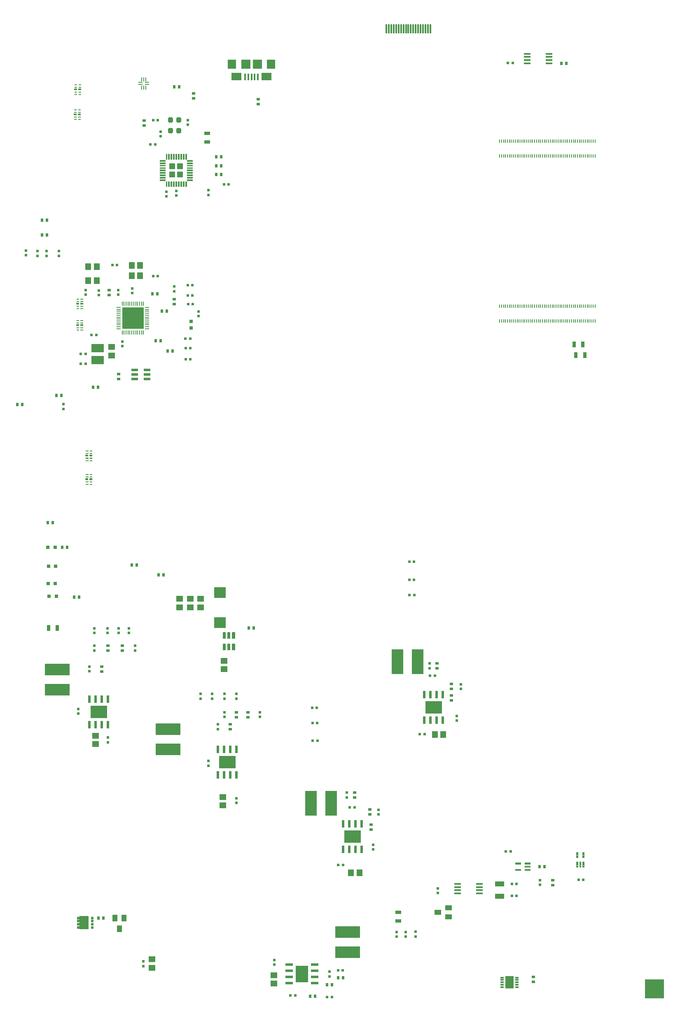
<source format=gbr>
G04 EAGLE Gerber RS-274X export*
G75*
%MOMM*%
%FSLAX34Y34*%
%LPD*%
%INSolderpaste Top*%
%IPPOS*%
%AMOC8*
5,1,8,0,0,1.08239X$1,22.5*%
G01*
%ADD10R,4.000000X4.000000*%
%ADD11R,1.465300X1.164600*%
%ADD12R,0.560000X0.629100*%
%ADD13R,0.629100X0.560000*%
%ADD14R,2.450000X2.300000*%
%ADD15R,1.164600X1.465300*%
%ADD16R,1.400000X1.000000*%
%ADD17R,1.000000X1.400000*%
%ADD18R,1.200000X0.800000*%
%ADD19R,0.300000X1.900000*%
%ADD20R,2.350000X5.100000*%
%ADD21R,5.100000X2.350000*%
%ADD22R,0.800000X0.800000*%
%ADD23R,0.644000X0.535100*%
%ADD24R,0.535100X0.644000*%
%ADD25C,0.100000*%
%ADD26R,1.310000X1.310000*%
%ADD27C,0.018200*%
%ADD28R,0.900000X0.200000*%
%ADD29R,0.200000X0.900000*%
%ADD30R,1.580000X0.589100*%
%ADD31R,2.613000X3.502000*%
%ADD32R,1.400000X0.600000*%
%ADD33R,0.800000X0.300000*%
%ADD34R,1.750000X2.500000*%
%ADD35R,0.589100X1.580000*%
%ADD36R,3.502000X2.613000*%
%ADD37C,0.150000*%
%ADD38C,0.519400*%
%ADD39R,1.200000X1.400000*%
%ADD40R,0.400000X1.350000*%
%ADD41R,1.800000X1.900000*%
%ADD42R,2.100000X1.600000*%
%ADD43R,1.900000X1.900000*%
%ADD44R,0.500000X0.470000*%
%ADD45R,0.550000X0.470000*%
%ADD46R,1.850000X2.700000*%
%ADD47R,0.200000X0.700000*%
%ADD48R,1.450000X0.450000*%
%ADD49R,0.850000X0.200000*%
%ADD50R,0.200000X0.850000*%
%ADD51R,4.400000X4.400000*%
%ADD52R,2.600000X1.700000*%
%ADD53R,0.700000X0.650000*%
%ADD54R,0.800000X1.200000*%
%ADD55R,1.900000X1.100000*%

G36*
X259756Y1988655D02*
X259756Y1988655D01*
X259760Y1988652D01*
X259951Y1988690D01*
X259960Y1988700D01*
X259969Y1988697D01*
X260131Y1988806D01*
X260135Y1988819D01*
X260145Y1988819D01*
X260253Y1988981D01*
X260252Y1988995D01*
X260260Y1988999D01*
X260298Y1989190D01*
X260295Y1989197D01*
X260299Y1989200D01*
X260299Y1991825D01*
X260295Y1991831D01*
X260298Y1991835D01*
X260262Y1992016D01*
X260252Y1992026D01*
X260255Y1992034D01*
X260152Y1992188D01*
X260139Y1992193D01*
X260138Y1992202D01*
X259984Y1992305D01*
X259970Y1992304D01*
X259966Y1992312D01*
X259785Y1992348D01*
X259778Y1992345D01*
X259775Y1992349D01*
X255100Y1992349D01*
X255094Y1992345D01*
X255090Y1992348D01*
X254899Y1992310D01*
X254890Y1992300D01*
X254881Y1992303D01*
X254719Y1992195D01*
X254715Y1992181D01*
X254706Y1992181D01*
X254597Y1992019D01*
X254597Y1992014D01*
X254596Y1992013D01*
X254598Y1992011D01*
X254598Y1992005D01*
X254590Y1992001D01*
X254552Y1991810D01*
X254555Y1991803D01*
X254551Y1991800D01*
X254551Y1989200D01*
X254555Y1989194D01*
X254552Y1989190D01*
X254590Y1988999D01*
X254600Y1988990D01*
X254597Y1988981D01*
X254706Y1988819D01*
X254719Y1988815D01*
X254719Y1988806D01*
X254881Y1988697D01*
X254895Y1988698D01*
X254899Y1988690D01*
X255090Y1988652D01*
X255097Y1988655D01*
X255100Y1988651D01*
X259750Y1988651D01*
X259756Y1988655D01*
G37*
G36*
X268106Y1988655D02*
X268106Y1988655D01*
X268110Y1988652D01*
X268301Y1988690D01*
X268310Y1988700D01*
X268319Y1988697D01*
X268481Y1988806D01*
X268485Y1988819D01*
X268495Y1988819D01*
X268603Y1988981D01*
X268602Y1988995D01*
X268610Y1988999D01*
X268648Y1989190D01*
X268645Y1989197D01*
X268649Y1989200D01*
X268649Y1991825D01*
X268645Y1991831D01*
X268648Y1991835D01*
X268612Y1992016D01*
X268602Y1992026D01*
X268605Y1992034D01*
X268502Y1992188D01*
X268489Y1992193D01*
X268488Y1992202D01*
X268334Y1992305D01*
X268320Y1992304D01*
X268316Y1992312D01*
X268135Y1992348D01*
X268128Y1992345D01*
X268125Y1992349D01*
X263450Y1992349D01*
X263444Y1992345D01*
X263440Y1992348D01*
X263249Y1992310D01*
X263240Y1992300D01*
X263231Y1992303D01*
X263069Y1992195D01*
X263065Y1992181D01*
X263056Y1992181D01*
X262947Y1992019D01*
X262947Y1992014D01*
X262946Y1992013D01*
X262948Y1992011D01*
X262948Y1992005D01*
X262940Y1992001D01*
X262902Y1991810D01*
X262905Y1991803D01*
X262901Y1991800D01*
X262901Y1989200D01*
X262905Y1989194D01*
X262902Y1989190D01*
X262940Y1988999D01*
X262950Y1988990D01*
X262947Y1988981D01*
X263056Y1988819D01*
X263069Y1988815D01*
X263069Y1988806D01*
X263231Y1988697D01*
X263245Y1988698D01*
X263249Y1988690D01*
X263440Y1988652D01*
X263447Y1988655D01*
X263450Y1988651D01*
X268100Y1988651D01*
X268106Y1988655D01*
G37*
G36*
X267106Y1937155D02*
X267106Y1937155D01*
X267110Y1937152D01*
X267301Y1937190D01*
X267310Y1937200D01*
X267319Y1937197D01*
X267481Y1937306D01*
X267485Y1937319D01*
X267495Y1937319D01*
X267603Y1937481D01*
X267602Y1937495D01*
X267610Y1937499D01*
X267648Y1937690D01*
X267645Y1937697D01*
X267649Y1937700D01*
X267649Y1940325D01*
X267645Y1940331D01*
X267648Y1940335D01*
X267612Y1940516D01*
X267602Y1940526D01*
X267605Y1940534D01*
X267502Y1940688D01*
X267489Y1940693D01*
X267488Y1940702D01*
X267334Y1940805D01*
X267320Y1940804D01*
X267316Y1940812D01*
X267135Y1940848D01*
X267128Y1940845D01*
X267125Y1940849D01*
X262450Y1940849D01*
X262444Y1940845D01*
X262440Y1940848D01*
X262249Y1940810D01*
X262240Y1940800D01*
X262231Y1940803D01*
X262069Y1940695D01*
X262065Y1940681D01*
X262056Y1940681D01*
X261947Y1940519D01*
X261947Y1940514D01*
X261946Y1940513D01*
X261948Y1940511D01*
X261948Y1940505D01*
X261940Y1940501D01*
X261902Y1940310D01*
X261905Y1940303D01*
X261901Y1940300D01*
X261901Y1937700D01*
X261905Y1937694D01*
X261902Y1937690D01*
X261940Y1937499D01*
X261950Y1937490D01*
X261947Y1937481D01*
X262056Y1937319D01*
X262069Y1937315D01*
X262069Y1937306D01*
X262231Y1937197D01*
X262245Y1937198D01*
X262249Y1937190D01*
X262440Y1937152D01*
X262447Y1937155D01*
X262450Y1937151D01*
X267100Y1937151D01*
X267106Y1937155D01*
G37*
G36*
X258756Y1937155D02*
X258756Y1937155D01*
X258760Y1937152D01*
X258951Y1937190D01*
X258960Y1937200D01*
X258969Y1937197D01*
X259131Y1937306D01*
X259135Y1937319D01*
X259145Y1937319D01*
X259253Y1937481D01*
X259252Y1937495D01*
X259260Y1937499D01*
X259298Y1937690D01*
X259295Y1937697D01*
X259299Y1937700D01*
X259299Y1940325D01*
X259295Y1940331D01*
X259298Y1940335D01*
X259262Y1940516D01*
X259252Y1940526D01*
X259255Y1940534D01*
X259152Y1940688D01*
X259139Y1940693D01*
X259138Y1940702D01*
X258984Y1940805D01*
X258970Y1940804D01*
X258966Y1940812D01*
X258785Y1940848D01*
X258778Y1940845D01*
X258775Y1940849D01*
X254100Y1940849D01*
X254094Y1940845D01*
X254090Y1940848D01*
X253899Y1940810D01*
X253890Y1940800D01*
X253881Y1940803D01*
X253719Y1940695D01*
X253715Y1940681D01*
X253706Y1940681D01*
X253597Y1940519D01*
X253597Y1940514D01*
X253596Y1940513D01*
X253598Y1940511D01*
X253598Y1940505D01*
X253590Y1940501D01*
X253552Y1940310D01*
X253555Y1940303D01*
X253551Y1940300D01*
X253551Y1937700D01*
X253555Y1937694D01*
X253552Y1937690D01*
X253590Y1937499D01*
X253600Y1937490D01*
X253597Y1937481D01*
X253706Y1937319D01*
X253719Y1937315D01*
X253719Y1937306D01*
X253881Y1937197D01*
X253895Y1937198D01*
X253899Y1937190D01*
X254090Y1937152D01*
X254097Y1937155D01*
X254100Y1937151D01*
X258750Y1937151D01*
X258756Y1937155D01*
G37*
G36*
X263756Y1547655D02*
X263756Y1547655D01*
X263760Y1547652D01*
X263951Y1547690D01*
X263960Y1547700D01*
X263969Y1547697D01*
X264131Y1547806D01*
X264135Y1547819D01*
X264145Y1547819D01*
X264253Y1547981D01*
X264252Y1547995D01*
X264260Y1547999D01*
X264298Y1548190D01*
X264295Y1548197D01*
X264299Y1548200D01*
X264299Y1550800D01*
X264295Y1550806D01*
X264298Y1550810D01*
X264260Y1551001D01*
X264250Y1551010D01*
X264253Y1551019D01*
X264145Y1551181D01*
X264131Y1551185D01*
X264131Y1551195D01*
X263969Y1551303D01*
X263955Y1551302D01*
X263951Y1551310D01*
X263760Y1551348D01*
X263753Y1551345D01*
X263750Y1551349D01*
X259100Y1551349D01*
X259094Y1551345D01*
X259090Y1551348D01*
X258899Y1551310D01*
X258890Y1551300D01*
X258881Y1551303D01*
X258719Y1551195D01*
X258715Y1551181D01*
X258706Y1551181D01*
X258597Y1551019D01*
X258597Y1551014D01*
X258596Y1551013D01*
X258598Y1551011D01*
X258598Y1551005D01*
X258590Y1551001D01*
X258552Y1550810D01*
X258555Y1550803D01*
X258551Y1550800D01*
X258551Y1548175D01*
X258555Y1548169D01*
X258552Y1548165D01*
X258588Y1547984D01*
X258598Y1547974D01*
X258595Y1547966D01*
X258698Y1547812D01*
X258711Y1547807D01*
X258712Y1547798D01*
X258866Y1547695D01*
X258880Y1547696D01*
X258884Y1547688D01*
X259065Y1547652D01*
X259072Y1547655D01*
X259075Y1547651D01*
X263750Y1547651D01*
X263756Y1547655D01*
G37*
G36*
X272106Y1547655D02*
X272106Y1547655D01*
X272110Y1547652D01*
X272301Y1547690D01*
X272310Y1547700D01*
X272319Y1547697D01*
X272481Y1547806D01*
X272485Y1547819D01*
X272495Y1547819D01*
X272603Y1547981D01*
X272602Y1547995D01*
X272610Y1547999D01*
X272648Y1548190D01*
X272645Y1548197D01*
X272649Y1548200D01*
X272649Y1550800D01*
X272645Y1550806D01*
X272648Y1550810D01*
X272610Y1551001D01*
X272600Y1551010D01*
X272603Y1551019D01*
X272495Y1551181D01*
X272481Y1551185D01*
X272481Y1551195D01*
X272319Y1551303D01*
X272305Y1551302D01*
X272301Y1551310D01*
X272110Y1551348D01*
X272103Y1551345D01*
X272100Y1551349D01*
X267450Y1551349D01*
X267444Y1551345D01*
X267440Y1551348D01*
X267249Y1551310D01*
X267240Y1551300D01*
X267231Y1551303D01*
X267069Y1551195D01*
X267065Y1551181D01*
X267056Y1551181D01*
X266947Y1551019D01*
X266947Y1551014D01*
X266946Y1551013D01*
X266948Y1551011D01*
X266948Y1551005D01*
X266940Y1551001D01*
X266902Y1550810D01*
X266905Y1550803D01*
X266901Y1550800D01*
X266901Y1548175D01*
X266905Y1548169D01*
X266902Y1548165D01*
X266938Y1547984D01*
X266948Y1547974D01*
X266945Y1547966D01*
X267048Y1547812D01*
X267061Y1547807D01*
X267062Y1547798D01*
X267216Y1547695D01*
X267230Y1547696D01*
X267234Y1547688D01*
X267415Y1547652D01*
X267422Y1547655D01*
X267425Y1547651D01*
X272100Y1547651D01*
X272106Y1547655D01*
G37*
G36*
X272106Y1503655D02*
X272106Y1503655D01*
X272110Y1503652D01*
X272301Y1503690D01*
X272310Y1503700D01*
X272319Y1503697D01*
X272481Y1503806D01*
X272485Y1503819D01*
X272495Y1503819D01*
X272603Y1503981D01*
X272602Y1503995D01*
X272610Y1503999D01*
X272648Y1504190D01*
X272645Y1504197D01*
X272649Y1504200D01*
X272649Y1506800D01*
X272645Y1506806D01*
X272648Y1506810D01*
X272610Y1507001D01*
X272600Y1507010D01*
X272603Y1507019D01*
X272495Y1507181D01*
X272481Y1507185D01*
X272481Y1507195D01*
X272319Y1507303D01*
X272305Y1507302D01*
X272301Y1507310D01*
X272110Y1507348D01*
X272103Y1507345D01*
X272100Y1507349D01*
X267450Y1507349D01*
X267444Y1507345D01*
X267440Y1507348D01*
X267249Y1507310D01*
X267240Y1507300D01*
X267231Y1507303D01*
X267069Y1507195D01*
X267065Y1507181D01*
X267056Y1507181D01*
X266947Y1507019D01*
X266947Y1507014D01*
X266946Y1507013D01*
X266948Y1507011D01*
X266948Y1507005D01*
X266940Y1507001D01*
X266902Y1506810D01*
X266905Y1506803D01*
X266901Y1506800D01*
X266901Y1504175D01*
X266905Y1504169D01*
X266902Y1504165D01*
X266938Y1503984D01*
X266948Y1503974D01*
X266945Y1503966D01*
X267048Y1503812D01*
X267061Y1503807D01*
X267062Y1503798D01*
X267216Y1503695D01*
X267230Y1503696D01*
X267234Y1503688D01*
X267415Y1503652D01*
X267422Y1503655D01*
X267425Y1503651D01*
X272100Y1503651D01*
X272106Y1503655D01*
G37*
G36*
X263756Y1503655D02*
X263756Y1503655D01*
X263760Y1503652D01*
X263951Y1503690D01*
X263960Y1503700D01*
X263969Y1503697D01*
X264131Y1503806D01*
X264135Y1503819D01*
X264145Y1503819D01*
X264253Y1503981D01*
X264252Y1503995D01*
X264260Y1503999D01*
X264298Y1504190D01*
X264295Y1504197D01*
X264299Y1504200D01*
X264299Y1506800D01*
X264295Y1506806D01*
X264298Y1506810D01*
X264260Y1507001D01*
X264250Y1507010D01*
X264253Y1507019D01*
X264145Y1507181D01*
X264131Y1507185D01*
X264131Y1507195D01*
X263969Y1507303D01*
X263955Y1507302D01*
X263951Y1507310D01*
X263760Y1507348D01*
X263753Y1507345D01*
X263750Y1507349D01*
X259100Y1507349D01*
X259094Y1507345D01*
X259090Y1507348D01*
X258899Y1507310D01*
X258890Y1507300D01*
X258881Y1507303D01*
X258719Y1507195D01*
X258715Y1507181D01*
X258706Y1507181D01*
X258597Y1507019D01*
X258597Y1507014D01*
X258596Y1507013D01*
X258598Y1507011D01*
X258598Y1507005D01*
X258590Y1507001D01*
X258552Y1506810D01*
X258555Y1506803D01*
X258551Y1506800D01*
X258551Y1504175D01*
X258555Y1504169D01*
X258552Y1504165D01*
X258588Y1503984D01*
X258598Y1503974D01*
X258595Y1503966D01*
X258698Y1503812D01*
X258711Y1503807D01*
X258712Y1503798D01*
X258866Y1503695D01*
X258880Y1503696D01*
X258884Y1503688D01*
X259065Y1503652D01*
X259072Y1503655D01*
X259075Y1503651D01*
X263750Y1503651D01*
X263756Y1503655D01*
G37*
G36*
X282756Y1235155D02*
X282756Y1235155D01*
X282760Y1235152D01*
X282951Y1235190D01*
X282960Y1235200D01*
X282969Y1235197D01*
X283131Y1235306D01*
X283135Y1235319D01*
X283145Y1235319D01*
X283253Y1235481D01*
X283252Y1235495D01*
X283260Y1235499D01*
X283298Y1235690D01*
X283295Y1235697D01*
X283299Y1235700D01*
X283299Y1238300D01*
X283295Y1238306D01*
X283298Y1238310D01*
X283260Y1238501D01*
X283250Y1238510D01*
X283253Y1238519D01*
X283145Y1238681D01*
X283131Y1238685D01*
X283131Y1238695D01*
X282969Y1238803D01*
X282955Y1238802D01*
X282951Y1238810D01*
X282760Y1238848D01*
X282753Y1238845D01*
X282750Y1238849D01*
X278100Y1238849D01*
X278094Y1238845D01*
X278090Y1238848D01*
X277899Y1238810D01*
X277890Y1238800D01*
X277881Y1238803D01*
X277719Y1238695D01*
X277715Y1238681D01*
X277706Y1238681D01*
X277597Y1238519D01*
X277597Y1238514D01*
X277596Y1238513D01*
X277598Y1238511D01*
X277598Y1238505D01*
X277590Y1238501D01*
X277552Y1238310D01*
X277555Y1238303D01*
X277551Y1238300D01*
X277551Y1235675D01*
X277555Y1235669D01*
X277552Y1235665D01*
X277588Y1235484D01*
X277598Y1235474D01*
X277595Y1235466D01*
X277698Y1235312D01*
X277711Y1235307D01*
X277712Y1235298D01*
X277866Y1235195D01*
X277880Y1235196D01*
X277884Y1235188D01*
X278065Y1235152D01*
X278072Y1235155D01*
X278075Y1235151D01*
X282750Y1235151D01*
X282756Y1235155D01*
G37*
G36*
X291106Y1235155D02*
X291106Y1235155D01*
X291110Y1235152D01*
X291301Y1235190D01*
X291310Y1235200D01*
X291319Y1235197D01*
X291481Y1235306D01*
X291485Y1235319D01*
X291495Y1235319D01*
X291603Y1235481D01*
X291602Y1235495D01*
X291610Y1235499D01*
X291648Y1235690D01*
X291645Y1235697D01*
X291649Y1235700D01*
X291649Y1238300D01*
X291645Y1238306D01*
X291648Y1238310D01*
X291610Y1238501D01*
X291600Y1238510D01*
X291603Y1238519D01*
X291495Y1238681D01*
X291481Y1238685D01*
X291481Y1238695D01*
X291319Y1238803D01*
X291305Y1238802D01*
X291301Y1238810D01*
X291110Y1238848D01*
X291103Y1238845D01*
X291100Y1238849D01*
X286450Y1238849D01*
X286444Y1238845D01*
X286440Y1238848D01*
X286249Y1238810D01*
X286240Y1238800D01*
X286231Y1238803D01*
X286069Y1238695D01*
X286065Y1238681D01*
X286056Y1238681D01*
X285947Y1238519D01*
X285947Y1238514D01*
X285946Y1238513D01*
X285948Y1238511D01*
X285948Y1238505D01*
X285940Y1238501D01*
X285902Y1238310D01*
X285905Y1238303D01*
X285901Y1238300D01*
X285901Y1235675D01*
X285905Y1235669D01*
X285902Y1235665D01*
X285938Y1235484D01*
X285948Y1235474D01*
X285945Y1235466D01*
X286048Y1235312D01*
X286061Y1235307D01*
X286062Y1235298D01*
X286216Y1235195D01*
X286230Y1235196D01*
X286234Y1235188D01*
X286415Y1235152D01*
X286422Y1235155D01*
X286425Y1235151D01*
X291100Y1235151D01*
X291106Y1235155D01*
G37*
G36*
X291106Y1186655D02*
X291106Y1186655D01*
X291110Y1186652D01*
X291301Y1186690D01*
X291310Y1186700D01*
X291319Y1186697D01*
X291481Y1186806D01*
X291485Y1186819D01*
X291495Y1186819D01*
X291603Y1186981D01*
X291602Y1186995D01*
X291610Y1186999D01*
X291648Y1187190D01*
X291645Y1187197D01*
X291649Y1187200D01*
X291649Y1189800D01*
X291645Y1189806D01*
X291648Y1189810D01*
X291610Y1190001D01*
X291600Y1190010D01*
X291603Y1190019D01*
X291495Y1190181D01*
X291481Y1190185D01*
X291481Y1190195D01*
X291319Y1190303D01*
X291305Y1190302D01*
X291301Y1190310D01*
X291110Y1190348D01*
X291103Y1190345D01*
X291100Y1190349D01*
X286450Y1190349D01*
X286444Y1190345D01*
X286440Y1190348D01*
X286249Y1190310D01*
X286240Y1190300D01*
X286231Y1190303D01*
X286069Y1190195D01*
X286065Y1190181D01*
X286056Y1190181D01*
X285947Y1190019D01*
X285947Y1190014D01*
X285946Y1190013D01*
X285948Y1190011D01*
X285948Y1190005D01*
X285940Y1190001D01*
X285902Y1189810D01*
X285905Y1189803D01*
X285901Y1189800D01*
X285901Y1187175D01*
X285905Y1187169D01*
X285902Y1187165D01*
X285938Y1186984D01*
X285948Y1186974D01*
X285945Y1186966D01*
X286048Y1186812D01*
X286061Y1186807D01*
X286062Y1186798D01*
X286216Y1186695D01*
X286230Y1186696D01*
X286234Y1186688D01*
X286415Y1186652D01*
X286422Y1186655D01*
X286425Y1186651D01*
X291100Y1186651D01*
X291106Y1186655D01*
G37*
G36*
X282756Y1186655D02*
X282756Y1186655D01*
X282760Y1186652D01*
X282951Y1186690D01*
X282960Y1186700D01*
X282969Y1186697D01*
X283131Y1186806D01*
X283135Y1186819D01*
X283145Y1186819D01*
X283253Y1186981D01*
X283252Y1186995D01*
X283260Y1186999D01*
X283298Y1187190D01*
X283295Y1187197D01*
X283299Y1187200D01*
X283299Y1189800D01*
X283295Y1189806D01*
X283298Y1189810D01*
X283260Y1190001D01*
X283250Y1190010D01*
X283253Y1190019D01*
X283145Y1190181D01*
X283131Y1190185D01*
X283131Y1190195D01*
X282969Y1190303D01*
X282955Y1190302D01*
X282951Y1190310D01*
X282760Y1190348D01*
X282753Y1190345D01*
X282750Y1190349D01*
X278100Y1190349D01*
X278094Y1190345D01*
X278090Y1190348D01*
X277899Y1190310D01*
X277890Y1190300D01*
X277881Y1190303D01*
X277719Y1190195D01*
X277715Y1190181D01*
X277706Y1190181D01*
X277597Y1190019D01*
X277597Y1190014D01*
X277596Y1190013D01*
X277598Y1190011D01*
X277598Y1190005D01*
X277590Y1190001D01*
X277552Y1189810D01*
X277555Y1189803D01*
X277551Y1189800D01*
X277551Y1187175D01*
X277555Y1187169D01*
X277552Y1187165D01*
X277588Y1186984D01*
X277598Y1186974D01*
X277595Y1186966D01*
X277698Y1186812D01*
X277711Y1186807D01*
X277712Y1186798D01*
X277866Y1186695D01*
X277880Y1186696D01*
X277884Y1186688D01*
X278065Y1186652D01*
X278072Y1186655D01*
X278075Y1186651D01*
X282750Y1186651D01*
X282756Y1186655D01*
G37*
D10*
X1447000Y139700D03*
D11*
X562500Y814954D03*
X562500Y797446D03*
D12*
X995846Y784500D03*
X986154Y784500D03*
X830646Y513500D03*
X820954Y513500D03*
D13*
X985000Y809246D03*
X985000Y799554D03*
X815000Y543446D03*
X815000Y533754D03*
X1049000Y766646D03*
X1049000Y756954D03*
X880000Y508446D03*
X880000Y498754D03*
D12*
X943554Y981500D03*
X953246Y981500D03*
X744754Y650500D03*
X754446Y650500D03*
X943954Y950500D03*
X953646Y950500D03*
D13*
X232000Y1332854D03*
X232000Y1342546D03*
D12*
X1291154Y364500D03*
X1300846Y364500D03*
X943354Y1018500D03*
X953046Y1018500D03*
X744554Y686500D03*
X754246Y686500D03*
D14*
X553700Y893500D03*
X553700Y955500D03*
D12*
X743754Y718500D03*
X753446Y718500D03*
D11*
X514500Y925046D03*
X514500Y942554D03*
X493000Y924846D03*
X493000Y942354D03*
X471000Y925046D03*
X471000Y942554D03*
D13*
X1002000Y336854D03*
X1002000Y346546D03*
D12*
X1151646Y423000D03*
X1141954Y423000D03*
X1155646Y2045000D03*
X1145954Y2045000D03*
D13*
X1212000Y353854D03*
X1212000Y363546D03*
D15*
X300754Y1626000D03*
X283246Y1626000D03*
X300554Y1597000D03*
X283046Y1597000D03*
D12*
X493246Y1435600D03*
X483554Y1435600D03*
X493146Y1458000D03*
X483454Y1458000D03*
X492946Y1477500D03*
X483254Y1477500D03*
X488054Y1587500D03*
X497746Y1587500D03*
X488554Y1548500D03*
X498246Y1548500D03*
X488054Y1566500D03*
X497746Y1566500D03*
X426446Y1927000D03*
X416754Y1927000D03*
D15*
X995646Y663500D03*
X1013154Y663500D03*
D13*
X488400Y1917554D03*
X488400Y1927246D03*
D11*
X665000Y167954D03*
X665000Y150446D03*
D12*
X698954Y126000D03*
X708646Y126000D03*
D13*
X665500Y199446D03*
X665500Y189754D03*
X396500Y196446D03*
X396500Y186754D03*
D11*
X414000Y200554D03*
X414000Y183046D03*
D13*
X779000Y165554D03*
X779000Y175246D03*
D12*
X806646Y178000D03*
X796954Y178000D03*
D15*
X841154Y378500D03*
X823646Y378500D03*
D12*
X784246Y123000D03*
X774554Y123000D03*
D13*
X956000Y257246D03*
X956000Y247554D03*
X936000Y257046D03*
X936000Y247354D03*
X917000Y256846D03*
X917000Y247154D03*
D12*
X426646Y1606000D03*
X416954Y1606000D03*
X342446Y1629000D03*
X332754Y1629000D03*
D13*
X155500Y1649054D03*
X155500Y1658746D03*
X1041000Y691754D03*
X1041000Y701446D03*
X869000Y426854D03*
X869000Y436546D03*
D12*
X964854Y664000D03*
X974546Y664000D03*
X797354Y395000D03*
X807046Y395000D03*
D16*
X1023900Y288000D03*
X1023900Y307000D03*
X1001900Y297500D03*
D17*
X356900Y285500D03*
X337900Y285500D03*
X347400Y263500D03*
D18*
X921000Y279200D03*
X921000Y297200D03*
D19*
X896400Y2115000D03*
X901400Y2115000D03*
X906400Y2115000D03*
X911400Y2115000D03*
X916400Y2115000D03*
X921400Y2115000D03*
X926400Y2115000D03*
X931400Y2115000D03*
X936400Y2115000D03*
X941400Y2115000D03*
X946400Y2115000D03*
X951400Y2115000D03*
X956400Y2115000D03*
X961400Y2115000D03*
X966400Y2115000D03*
X971400Y2115000D03*
X976400Y2115000D03*
X981400Y2115000D03*
X986400Y2115000D03*
D20*
X960750Y812700D03*
X919250Y812700D03*
X782750Y521700D03*
X741250Y521700D03*
D21*
X816400Y215350D03*
X816400Y256850D03*
D22*
X200600Y973700D03*
X215600Y973700D03*
X201600Y1009500D03*
X216600Y1009500D03*
D23*
X1000300Y809275D03*
X1000300Y799125D03*
X831300Y543775D03*
X831300Y533625D03*
X1029700Y756725D03*
X1029700Y766875D03*
X1029500Y733325D03*
X1029500Y743475D03*
X862500Y498825D03*
X862500Y508975D03*
X864500Y467325D03*
X864500Y477475D03*
D24*
X623475Y882500D03*
X613325Y882500D03*
X438275Y991900D03*
X428125Y991900D03*
X383075Y1011500D03*
X372925Y1011500D03*
D23*
X1238500Y353525D03*
X1238500Y363675D03*
D24*
X1210725Y391500D03*
X1220875Y391500D03*
X556575Y1851700D03*
X546425Y1851700D03*
X556675Y1833500D03*
X546525Y1833500D03*
X556475Y1815500D03*
X546325Y1815500D03*
D23*
X632500Y1959925D03*
X632500Y1970075D03*
D24*
X460125Y1995500D03*
X470275Y1995500D03*
D23*
X398500Y1926275D03*
X398500Y1916125D03*
X499500Y1982075D03*
X499500Y1971925D03*
D24*
X314675Y285500D03*
X304525Y285500D03*
X807175Y162500D03*
X797025Y162500D03*
X773925Y148500D03*
X784075Y148500D03*
X739325Y124500D03*
X749475Y124500D03*
X198075Y1691000D03*
X187925Y1691000D03*
X200525Y1099000D03*
X210675Y1099000D03*
X217725Y1361000D03*
X227875Y1361000D03*
X137925Y1342000D03*
X148075Y1342000D03*
X1256125Y2044000D03*
X1266275Y2044000D03*
D23*
X1198000Y154025D03*
X1198000Y164175D03*
D25*
X291100Y1227500D02*
X286450Y1227500D01*
X291100Y1227500D02*
X291100Y1226500D01*
X286450Y1226500D01*
X286450Y1227500D01*
X286450Y1227450D02*
X291100Y1227450D01*
X291100Y1232500D02*
X286450Y1232500D01*
X291100Y1232500D02*
X291100Y1231500D01*
X286450Y1231500D01*
X286450Y1232500D01*
X286450Y1232450D02*
X291100Y1232450D01*
X291100Y1242500D02*
X286450Y1242500D01*
X291100Y1242500D02*
X291100Y1241500D01*
X286450Y1241500D01*
X286450Y1242500D01*
X286450Y1242450D02*
X291100Y1242450D01*
X291100Y1247500D02*
X286450Y1247500D01*
X291100Y1247500D02*
X291100Y1246500D01*
X286450Y1246500D01*
X286450Y1247500D01*
X286450Y1247450D02*
X291100Y1247450D01*
X282750Y1247500D02*
X278100Y1247500D01*
X282750Y1247500D02*
X282750Y1246500D01*
X278100Y1246500D01*
X278100Y1247500D01*
X278100Y1247450D02*
X282750Y1247450D01*
X282750Y1242500D02*
X278100Y1242500D01*
X282750Y1242500D02*
X282750Y1241500D01*
X278100Y1241500D01*
X278100Y1242500D01*
X278100Y1242450D02*
X282750Y1242450D01*
X282750Y1232500D02*
X278100Y1232500D01*
X282750Y1232500D02*
X282750Y1231500D01*
X278100Y1231500D01*
X278100Y1232500D01*
X278100Y1232450D02*
X282750Y1232450D01*
X282750Y1227500D02*
X278100Y1227500D01*
X282750Y1227500D02*
X282750Y1226500D01*
X278100Y1226500D01*
X278100Y1227500D01*
X278100Y1227450D02*
X282750Y1227450D01*
X1180750Y386500D02*
X1191650Y386500D01*
X1191650Y383500D01*
X1180750Y383500D01*
X1180750Y386500D01*
X1180750Y384450D02*
X1191650Y384450D01*
X1191650Y385400D02*
X1180750Y385400D01*
X1180750Y386350D02*
X1191650Y386350D01*
X1191650Y393000D02*
X1180750Y393000D01*
X1191650Y393000D02*
X1191650Y390000D01*
X1180750Y390000D01*
X1180750Y393000D01*
X1180750Y390950D02*
X1191650Y390950D01*
X1191650Y391900D02*
X1180750Y391900D01*
X1180750Y392850D02*
X1191650Y392850D01*
X1191650Y399500D02*
X1180750Y399500D01*
X1191650Y399500D02*
X1191650Y396500D01*
X1180750Y396500D01*
X1180750Y399500D01*
X1180750Y397450D02*
X1191650Y397450D01*
X1191650Y398400D02*
X1180750Y398400D01*
X1180750Y399350D02*
X1191650Y399350D01*
X1172450Y399500D02*
X1161550Y399500D01*
X1172450Y399500D02*
X1172450Y396500D01*
X1161550Y396500D01*
X1161550Y399500D01*
X1161550Y397450D02*
X1172450Y397450D01*
X1172450Y398400D02*
X1161550Y398400D01*
X1161550Y399350D02*
X1172450Y399350D01*
X1172450Y386500D02*
X1161550Y386500D01*
X1172450Y386500D02*
X1172450Y383500D01*
X1161550Y383500D01*
X1161550Y386500D01*
X1161550Y384450D02*
X1172450Y384450D01*
X1172450Y385400D02*
X1161550Y385400D01*
X1161550Y386350D02*
X1172450Y386350D01*
X259750Y2000000D02*
X255100Y2000000D01*
X255100Y2001000D01*
X259750Y2001000D01*
X259750Y2000000D01*
X259750Y2000950D02*
X255100Y2000950D01*
X255100Y1995000D02*
X259750Y1995000D01*
X255100Y1995000D02*
X255100Y1996000D01*
X259750Y1996000D01*
X259750Y1995000D01*
X259750Y1995950D02*
X255100Y1995950D01*
X255100Y1985000D02*
X259750Y1985000D01*
X255100Y1985000D02*
X255100Y1986000D01*
X259750Y1986000D01*
X259750Y1985000D01*
X259750Y1985950D02*
X255100Y1985950D01*
X255100Y1980000D02*
X259750Y1980000D01*
X255100Y1980000D02*
X255100Y1981000D01*
X259750Y1981000D01*
X259750Y1980000D01*
X259750Y1980950D02*
X255100Y1980950D01*
X263450Y1980000D02*
X268100Y1980000D01*
X263450Y1980000D02*
X263450Y1981000D01*
X268100Y1981000D01*
X268100Y1980000D01*
X268100Y1980950D02*
X263450Y1980950D01*
X263450Y1985000D02*
X268100Y1985000D01*
X263450Y1985000D02*
X263450Y1986000D01*
X268100Y1986000D01*
X268100Y1985000D01*
X268100Y1985950D02*
X263450Y1985950D01*
X263450Y1995000D02*
X268100Y1995000D01*
X263450Y1995000D02*
X263450Y1996000D01*
X268100Y1996000D01*
X268100Y1995000D01*
X268100Y1995950D02*
X263450Y1995950D01*
X263450Y2000000D02*
X268100Y2000000D01*
X263450Y2000000D02*
X263450Y2001000D01*
X268100Y2001000D01*
X268100Y2000000D01*
X268100Y2000950D02*
X263450Y2000950D01*
D26*
X455650Y1832350D03*
X472350Y1832350D03*
X472350Y1815650D03*
X455650Y1815650D03*
D27*
X441259Y1842791D02*
X441259Y1845209D01*
X441259Y1842791D02*
X430441Y1842791D01*
X430441Y1845209D01*
X441259Y1845209D01*
X441259Y1842964D02*
X430441Y1842964D01*
X430441Y1843137D02*
X441259Y1843137D01*
X441259Y1843310D02*
X430441Y1843310D01*
X430441Y1843483D02*
X441259Y1843483D01*
X441259Y1843656D02*
X430441Y1843656D01*
X430441Y1843829D02*
X441259Y1843829D01*
X441259Y1844002D02*
X430441Y1844002D01*
X430441Y1844175D02*
X441259Y1844175D01*
X441259Y1844348D02*
X430441Y1844348D01*
X430441Y1844521D02*
X441259Y1844521D01*
X441259Y1844694D02*
X430441Y1844694D01*
X430441Y1844867D02*
X441259Y1844867D01*
X441259Y1845040D02*
X430441Y1845040D01*
X441259Y1840209D02*
X441259Y1837791D01*
X430441Y1837791D01*
X430441Y1840209D01*
X441259Y1840209D01*
X441259Y1837964D02*
X430441Y1837964D01*
X430441Y1838137D02*
X441259Y1838137D01*
X441259Y1838310D02*
X430441Y1838310D01*
X430441Y1838483D02*
X441259Y1838483D01*
X441259Y1838656D02*
X430441Y1838656D01*
X430441Y1838829D02*
X441259Y1838829D01*
X441259Y1839002D02*
X430441Y1839002D01*
X430441Y1839175D02*
X441259Y1839175D01*
X441259Y1839348D02*
X430441Y1839348D01*
X430441Y1839521D02*
X441259Y1839521D01*
X441259Y1839694D02*
X430441Y1839694D01*
X430441Y1839867D02*
X441259Y1839867D01*
X441259Y1840040D02*
X430441Y1840040D01*
X441259Y1835209D02*
X441259Y1832791D01*
X430441Y1832791D01*
X430441Y1835209D01*
X441259Y1835209D01*
X441259Y1832964D02*
X430441Y1832964D01*
X430441Y1833137D02*
X441259Y1833137D01*
X441259Y1833310D02*
X430441Y1833310D01*
X430441Y1833483D02*
X441259Y1833483D01*
X441259Y1833656D02*
X430441Y1833656D01*
X430441Y1833829D02*
X441259Y1833829D01*
X441259Y1834002D02*
X430441Y1834002D01*
X430441Y1834175D02*
X441259Y1834175D01*
X441259Y1834348D02*
X430441Y1834348D01*
X430441Y1834521D02*
X441259Y1834521D01*
X441259Y1834694D02*
X430441Y1834694D01*
X430441Y1834867D02*
X441259Y1834867D01*
X441259Y1835040D02*
X430441Y1835040D01*
X441259Y1830209D02*
X441259Y1827791D01*
X430441Y1827791D01*
X430441Y1830209D01*
X441259Y1830209D01*
X441259Y1827964D02*
X430441Y1827964D01*
X430441Y1828137D02*
X441259Y1828137D01*
X441259Y1828310D02*
X430441Y1828310D01*
X430441Y1828483D02*
X441259Y1828483D01*
X441259Y1828656D02*
X430441Y1828656D01*
X430441Y1828829D02*
X441259Y1828829D01*
X441259Y1829002D02*
X430441Y1829002D01*
X430441Y1829175D02*
X441259Y1829175D01*
X441259Y1829348D02*
X430441Y1829348D01*
X430441Y1829521D02*
X441259Y1829521D01*
X441259Y1829694D02*
X430441Y1829694D01*
X430441Y1829867D02*
X441259Y1829867D01*
X441259Y1830040D02*
X430441Y1830040D01*
X441259Y1825209D02*
X441259Y1822791D01*
X430441Y1822791D01*
X430441Y1825209D01*
X441259Y1825209D01*
X441259Y1822964D02*
X430441Y1822964D01*
X430441Y1823137D02*
X441259Y1823137D01*
X441259Y1823310D02*
X430441Y1823310D01*
X430441Y1823483D02*
X441259Y1823483D01*
X441259Y1823656D02*
X430441Y1823656D01*
X430441Y1823829D02*
X441259Y1823829D01*
X441259Y1824002D02*
X430441Y1824002D01*
X430441Y1824175D02*
X441259Y1824175D01*
X441259Y1824348D02*
X430441Y1824348D01*
X430441Y1824521D02*
X441259Y1824521D01*
X441259Y1824694D02*
X430441Y1824694D01*
X430441Y1824867D02*
X441259Y1824867D01*
X441259Y1825040D02*
X430441Y1825040D01*
X441259Y1820209D02*
X441259Y1817791D01*
X430441Y1817791D01*
X430441Y1820209D01*
X441259Y1820209D01*
X441259Y1817964D02*
X430441Y1817964D01*
X430441Y1818137D02*
X441259Y1818137D01*
X441259Y1818310D02*
X430441Y1818310D01*
X430441Y1818483D02*
X441259Y1818483D01*
X441259Y1818656D02*
X430441Y1818656D01*
X430441Y1818829D02*
X441259Y1818829D01*
X441259Y1819002D02*
X430441Y1819002D01*
X430441Y1819175D02*
X441259Y1819175D01*
X441259Y1819348D02*
X430441Y1819348D01*
X430441Y1819521D02*
X441259Y1819521D01*
X441259Y1819694D02*
X430441Y1819694D01*
X430441Y1819867D02*
X441259Y1819867D01*
X441259Y1820040D02*
X430441Y1820040D01*
X441259Y1815209D02*
X441259Y1812791D01*
X430441Y1812791D01*
X430441Y1815209D01*
X441259Y1815209D01*
X441259Y1812964D02*
X430441Y1812964D01*
X430441Y1813137D02*
X441259Y1813137D01*
X441259Y1813310D02*
X430441Y1813310D01*
X430441Y1813483D02*
X441259Y1813483D01*
X441259Y1813656D02*
X430441Y1813656D01*
X430441Y1813829D02*
X441259Y1813829D01*
X441259Y1814002D02*
X430441Y1814002D01*
X430441Y1814175D02*
X441259Y1814175D01*
X441259Y1814348D02*
X430441Y1814348D01*
X430441Y1814521D02*
X441259Y1814521D01*
X441259Y1814694D02*
X430441Y1814694D01*
X430441Y1814867D02*
X441259Y1814867D01*
X441259Y1815040D02*
X430441Y1815040D01*
X441259Y1810209D02*
X441259Y1807791D01*
X430441Y1807791D01*
X430441Y1810209D01*
X441259Y1810209D01*
X441259Y1807964D02*
X430441Y1807964D01*
X430441Y1808137D02*
X441259Y1808137D01*
X441259Y1808310D02*
X430441Y1808310D01*
X430441Y1808483D02*
X441259Y1808483D01*
X441259Y1808656D02*
X430441Y1808656D01*
X430441Y1808829D02*
X441259Y1808829D01*
X441259Y1809002D02*
X430441Y1809002D01*
X430441Y1809175D02*
X441259Y1809175D01*
X441259Y1809348D02*
X430441Y1809348D01*
X430441Y1809521D02*
X441259Y1809521D01*
X441259Y1809694D02*
X430441Y1809694D01*
X430441Y1809867D02*
X441259Y1809867D01*
X441259Y1810040D02*
X430441Y1810040D01*
X441259Y1805209D02*
X441259Y1802791D01*
X430441Y1802791D01*
X430441Y1805209D01*
X441259Y1805209D01*
X441259Y1802964D02*
X430441Y1802964D01*
X430441Y1803137D02*
X441259Y1803137D01*
X441259Y1803310D02*
X430441Y1803310D01*
X430441Y1803483D02*
X441259Y1803483D01*
X441259Y1803656D02*
X430441Y1803656D01*
X430441Y1803829D02*
X441259Y1803829D01*
X441259Y1804002D02*
X430441Y1804002D01*
X430441Y1804175D02*
X441259Y1804175D01*
X441259Y1804348D02*
X430441Y1804348D01*
X430441Y1804521D02*
X441259Y1804521D01*
X441259Y1804694D02*
X430441Y1804694D01*
X430441Y1804867D02*
X441259Y1804867D01*
X441259Y1805040D02*
X430441Y1805040D01*
X442791Y1801259D02*
X445209Y1801259D01*
X445209Y1790441D01*
X442791Y1790441D01*
X442791Y1801259D01*
X442791Y1790614D02*
X445209Y1790614D01*
X445209Y1790787D02*
X442791Y1790787D01*
X442791Y1790960D02*
X445209Y1790960D01*
X445209Y1791133D02*
X442791Y1791133D01*
X442791Y1791306D02*
X445209Y1791306D01*
X445209Y1791479D02*
X442791Y1791479D01*
X442791Y1791652D02*
X445209Y1791652D01*
X445209Y1791825D02*
X442791Y1791825D01*
X442791Y1791998D02*
X445209Y1791998D01*
X445209Y1792171D02*
X442791Y1792171D01*
X442791Y1792344D02*
X445209Y1792344D01*
X445209Y1792517D02*
X442791Y1792517D01*
X442791Y1792690D02*
X445209Y1792690D01*
X445209Y1792863D02*
X442791Y1792863D01*
X442791Y1793036D02*
X445209Y1793036D01*
X445209Y1793209D02*
X442791Y1793209D01*
X442791Y1793382D02*
X445209Y1793382D01*
X445209Y1793555D02*
X442791Y1793555D01*
X442791Y1793728D02*
X445209Y1793728D01*
X445209Y1793901D02*
X442791Y1793901D01*
X442791Y1794074D02*
X445209Y1794074D01*
X445209Y1794247D02*
X442791Y1794247D01*
X442791Y1794420D02*
X445209Y1794420D01*
X445209Y1794593D02*
X442791Y1794593D01*
X442791Y1794766D02*
X445209Y1794766D01*
X445209Y1794939D02*
X442791Y1794939D01*
X442791Y1795112D02*
X445209Y1795112D01*
X445209Y1795285D02*
X442791Y1795285D01*
X442791Y1795458D02*
X445209Y1795458D01*
X445209Y1795631D02*
X442791Y1795631D01*
X442791Y1795804D02*
X445209Y1795804D01*
X445209Y1795977D02*
X442791Y1795977D01*
X442791Y1796150D02*
X445209Y1796150D01*
X445209Y1796323D02*
X442791Y1796323D01*
X442791Y1796496D02*
X445209Y1796496D01*
X445209Y1796669D02*
X442791Y1796669D01*
X442791Y1796842D02*
X445209Y1796842D01*
X445209Y1797015D02*
X442791Y1797015D01*
X442791Y1797188D02*
X445209Y1797188D01*
X445209Y1797361D02*
X442791Y1797361D01*
X442791Y1797534D02*
X445209Y1797534D01*
X445209Y1797707D02*
X442791Y1797707D01*
X442791Y1797880D02*
X445209Y1797880D01*
X445209Y1798053D02*
X442791Y1798053D01*
X442791Y1798226D02*
X445209Y1798226D01*
X445209Y1798399D02*
X442791Y1798399D01*
X442791Y1798572D02*
X445209Y1798572D01*
X445209Y1798745D02*
X442791Y1798745D01*
X442791Y1798918D02*
X445209Y1798918D01*
X445209Y1799091D02*
X442791Y1799091D01*
X442791Y1799264D02*
X445209Y1799264D01*
X445209Y1799437D02*
X442791Y1799437D01*
X442791Y1799610D02*
X445209Y1799610D01*
X445209Y1799783D02*
X442791Y1799783D01*
X442791Y1799956D02*
X445209Y1799956D01*
X445209Y1800129D02*
X442791Y1800129D01*
X442791Y1800302D02*
X445209Y1800302D01*
X445209Y1800475D02*
X442791Y1800475D01*
X442791Y1800648D02*
X445209Y1800648D01*
X445209Y1800821D02*
X442791Y1800821D01*
X442791Y1800994D02*
X445209Y1800994D01*
X445209Y1801167D02*
X442791Y1801167D01*
X447791Y1801259D02*
X450209Y1801259D01*
X450209Y1790441D01*
X447791Y1790441D01*
X447791Y1801259D01*
X447791Y1790614D02*
X450209Y1790614D01*
X450209Y1790787D02*
X447791Y1790787D01*
X447791Y1790960D02*
X450209Y1790960D01*
X450209Y1791133D02*
X447791Y1791133D01*
X447791Y1791306D02*
X450209Y1791306D01*
X450209Y1791479D02*
X447791Y1791479D01*
X447791Y1791652D02*
X450209Y1791652D01*
X450209Y1791825D02*
X447791Y1791825D01*
X447791Y1791998D02*
X450209Y1791998D01*
X450209Y1792171D02*
X447791Y1792171D01*
X447791Y1792344D02*
X450209Y1792344D01*
X450209Y1792517D02*
X447791Y1792517D01*
X447791Y1792690D02*
X450209Y1792690D01*
X450209Y1792863D02*
X447791Y1792863D01*
X447791Y1793036D02*
X450209Y1793036D01*
X450209Y1793209D02*
X447791Y1793209D01*
X447791Y1793382D02*
X450209Y1793382D01*
X450209Y1793555D02*
X447791Y1793555D01*
X447791Y1793728D02*
X450209Y1793728D01*
X450209Y1793901D02*
X447791Y1793901D01*
X447791Y1794074D02*
X450209Y1794074D01*
X450209Y1794247D02*
X447791Y1794247D01*
X447791Y1794420D02*
X450209Y1794420D01*
X450209Y1794593D02*
X447791Y1794593D01*
X447791Y1794766D02*
X450209Y1794766D01*
X450209Y1794939D02*
X447791Y1794939D01*
X447791Y1795112D02*
X450209Y1795112D01*
X450209Y1795285D02*
X447791Y1795285D01*
X447791Y1795458D02*
X450209Y1795458D01*
X450209Y1795631D02*
X447791Y1795631D01*
X447791Y1795804D02*
X450209Y1795804D01*
X450209Y1795977D02*
X447791Y1795977D01*
X447791Y1796150D02*
X450209Y1796150D01*
X450209Y1796323D02*
X447791Y1796323D01*
X447791Y1796496D02*
X450209Y1796496D01*
X450209Y1796669D02*
X447791Y1796669D01*
X447791Y1796842D02*
X450209Y1796842D01*
X450209Y1797015D02*
X447791Y1797015D01*
X447791Y1797188D02*
X450209Y1797188D01*
X450209Y1797361D02*
X447791Y1797361D01*
X447791Y1797534D02*
X450209Y1797534D01*
X450209Y1797707D02*
X447791Y1797707D01*
X447791Y1797880D02*
X450209Y1797880D01*
X450209Y1798053D02*
X447791Y1798053D01*
X447791Y1798226D02*
X450209Y1798226D01*
X450209Y1798399D02*
X447791Y1798399D01*
X447791Y1798572D02*
X450209Y1798572D01*
X450209Y1798745D02*
X447791Y1798745D01*
X447791Y1798918D02*
X450209Y1798918D01*
X450209Y1799091D02*
X447791Y1799091D01*
X447791Y1799264D02*
X450209Y1799264D01*
X450209Y1799437D02*
X447791Y1799437D01*
X447791Y1799610D02*
X450209Y1799610D01*
X450209Y1799783D02*
X447791Y1799783D01*
X447791Y1799956D02*
X450209Y1799956D01*
X450209Y1800129D02*
X447791Y1800129D01*
X447791Y1800302D02*
X450209Y1800302D01*
X450209Y1800475D02*
X447791Y1800475D01*
X447791Y1800648D02*
X450209Y1800648D01*
X450209Y1800821D02*
X447791Y1800821D01*
X447791Y1800994D02*
X450209Y1800994D01*
X450209Y1801167D02*
X447791Y1801167D01*
X452791Y1801259D02*
X455209Y1801259D01*
X455209Y1790441D01*
X452791Y1790441D01*
X452791Y1801259D01*
X452791Y1790614D02*
X455209Y1790614D01*
X455209Y1790787D02*
X452791Y1790787D01*
X452791Y1790960D02*
X455209Y1790960D01*
X455209Y1791133D02*
X452791Y1791133D01*
X452791Y1791306D02*
X455209Y1791306D01*
X455209Y1791479D02*
X452791Y1791479D01*
X452791Y1791652D02*
X455209Y1791652D01*
X455209Y1791825D02*
X452791Y1791825D01*
X452791Y1791998D02*
X455209Y1791998D01*
X455209Y1792171D02*
X452791Y1792171D01*
X452791Y1792344D02*
X455209Y1792344D01*
X455209Y1792517D02*
X452791Y1792517D01*
X452791Y1792690D02*
X455209Y1792690D01*
X455209Y1792863D02*
X452791Y1792863D01*
X452791Y1793036D02*
X455209Y1793036D01*
X455209Y1793209D02*
X452791Y1793209D01*
X452791Y1793382D02*
X455209Y1793382D01*
X455209Y1793555D02*
X452791Y1793555D01*
X452791Y1793728D02*
X455209Y1793728D01*
X455209Y1793901D02*
X452791Y1793901D01*
X452791Y1794074D02*
X455209Y1794074D01*
X455209Y1794247D02*
X452791Y1794247D01*
X452791Y1794420D02*
X455209Y1794420D01*
X455209Y1794593D02*
X452791Y1794593D01*
X452791Y1794766D02*
X455209Y1794766D01*
X455209Y1794939D02*
X452791Y1794939D01*
X452791Y1795112D02*
X455209Y1795112D01*
X455209Y1795285D02*
X452791Y1795285D01*
X452791Y1795458D02*
X455209Y1795458D01*
X455209Y1795631D02*
X452791Y1795631D01*
X452791Y1795804D02*
X455209Y1795804D01*
X455209Y1795977D02*
X452791Y1795977D01*
X452791Y1796150D02*
X455209Y1796150D01*
X455209Y1796323D02*
X452791Y1796323D01*
X452791Y1796496D02*
X455209Y1796496D01*
X455209Y1796669D02*
X452791Y1796669D01*
X452791Y1796842D02*
X455209Y1796842D01*
X455209Y1797015D02*
X452791Y1797015D01*
X452791Y1797188D02*
X455209Y1797188D01*
X455209Y1797361D02*
X452791Y1797361D01*
X452791Y1797534D02*
X455209Y1797534D01*
X455209Y1797707D02*
X452791Y1797707D01*
X452791Y1797880D02*
X455209Y1797880D01*
X455209Y1798053D02*
X452791Y1798053D01*
X452791Y1798226D02*
X455209Y1798226D01*
X455209Y1798399D02*
X452791Y1798399D01*
X452791Y1798572D02*
X455209Y1798572D01*
X455209Y1798745D02*
X452791Y1798745D01*
X452791Y1798918D02*
X455209Y1798918D01*
X455209Y1799091D02*
X452791Y1799091D01*
X452791Y1799264D02*
X455209Y1799264D01*
X455209Y1799437D02*
X452791Y1799437D01*
X452791Y1799610D02*
X455209Y1799610D01*
X455209Y1799783D02*
X452791Y1799783D01*
X452791Y1799956D02*
X455209Y1799956D01*
X455209Y1800129D02*
X452791Y1800129D01*
X452791Y1800302D02*
X455209Y1800302D01*
X455209Y1800475D02*
X452791Y1800475D01*
X452791Y1800648D02*
X455209Y1800648D01*
X455209Y1800821D02*
X452791Y1800821D01*
X452791Y1800994D02*
X455209Y1800994D01*
X455209Y1801167D02*
X452791Y1801167D01*
X457791Y1801259D02*
X460209Y1801259D01*
X460209Y1790441D01*
X457791Y1790441D01*
X457791Y1801259D01*
X457791Y1790614D02*
X460209Y1790614D01*
X460209Y1790787D02*
X457791Y1790787D01*
X457791Y1790960D02*
X460209Y1790960D01*
X460209Y1791133D02*
X457791Y1791133D01*
X457791Y1791306D02*
X460209Y1791306D01*
X460209Y1791479D02*
X457791Y1791479D01*
X457791Y1791652D02*
X460209Y1791652D01*
X460209Y1791825D02*
X457791Y1791825D01*
X457791Y1791998D02*
X460209Y1791998D01*
X460209Y1792171D02*
X457791Y1792171D01*
X457791Y1792344D02*
X460209Y1792344D01*
X460209Y1792517D02*
X457791Y1792517D01*
X457791Y1792690D02*
X460209Y1792690D01*
X460209Y1792863D02*
X457791Y1792863D01*
X457791Y1793036D02*
X460209Y1793036D01*
X460209Y1793209D02*
X457791Y1793209D01*
X457791Y1793382D02*
X460209Y1793382D01*
X460209Y1793555D02*
X457791Y1793555D01*
X457791Y1793728D02*
X460209Y1793728D01*
X460209Y1793901D02*
X457791Y1793901D01*
X457791Y1794074D02*
X460209Y1794074D01*
X460209Y1794247D02*
X457791Y1794247D01*
X457791Y1794420D02*
X460209Y1794420D01*
X460209Y1794593D02*
X457791Y1794593D01*
X457791Y1794766D02*
X460209Y1794766D01*
X460209Y1794939D02*
X457791Y1794939D01*
X457791Y1795112D02*
X460209Y1795112D01*
X460209Y1795285D02*
X457791Y1795285D01*
X457791Y1795458D02*
X460209Y1795458D01*
X460209Y1795631D02*
X457791Y1795631D01*
X457791Y1795804D02*
X460209Y1795804D01*
X460209Y1795977D02*
X457791Y1795977D01*
X457791Y1796150D02*
X460209Y1796150D01*
X460209Y1796323D02*
X457791Y1796323D01*
X457791Y1796496D02*
X460209Y1796496D01*
X460209Y1796669D02*
X457791Y1796669D01*
X457791Y1796842D02*
X460209Y1796842D01*
X460209Y1797015D02*
X457791Y1797015D01*
X457791Y1797188D02*
X460209Y1797188D01*
X460209Y1797361D02*
X457791Y1797361D01*
X457791Y1797534D02*
X460209Y1797534D01*
X460209Y1797707D02*
X457791Y1797707D01*
X457791Y1797880D02*
X460209Y1797880D01*
X460209Y1798053D02*
X457791Y1798053D01*
X457791Y1798226D02*
X460209Y1798226D01*
X460209Y1798399D02*
X457791Y1798399D01*
X457791Y1798572D02*
X460209Y1798572D01*
X460209Y1798745D02*
X457791Y1798745D01*
X457791Y1798918D02*
X460209Y1798918D01*
X460209Y1799091D02*
X457791Y1799091D01*
X457791Y1799264D02*
X460209Y1799264D01*
X460209Y1799437D02*
X457791Y1799437D01*
X457791Y1799610D02*
X460209Y1799610D01*
X460209Y1799783D02*
X457791Y1799783D01*
X457791Y1799956D02*
X460209Y1799956D01*
X460209Y1800129D02*
X457791Y1800129D01*
X457791Y1800302D02*
X460209Y1800302D01*
X460209Y1800475D02*
X457791Y1800475D01*
X457791Y1800648D02*
X460209Y1800648D01*
X460209Y1800821D02*
X457791Y1800821D01*
X457791Y1800994D02*
X460209Y1800994D01*
X460209Y1801167D02*
X457791Y1801167D01*
X462791Y1801259D02*
X465209Y1801259D01*
X465209Y1790441D01*
X462791Y1790441D01*
X462791Y1801259D01*
X462791Y1790614D02*
X465209Y1790614D01*
X465209Y1790787D02*
X462791Y1790787D01*
X462791Y1790960D02*
X465209Y1790960D01*
X465209Y1791133D02*
X462791Y1791133D01*
X462791Y1791306D02*
X465209Y1791306D01*
X465209Y1791479D02*
X462791Y1791479D01*
X462791Y1791652D02*
X465209Y1791652D01*
X465209Y1791825D02*
X462791Y1791825D01*
X462791Y1791998D02*
X465209Y1791998D01*
X465209Y1792171D02*
X462791Y1792171D01*
X462791Y1792344D02*
X465209Y1792344D01*
X465209Y1792517D02*
X462791Y1792517D01*
X462791Y1792690D02*
X465209Y1792690D01*
X465209Y1792863D02*
X462791Y1792863D01*
X462791Y1793036D02*
X465209Y1793036D01*
X465209Y1793209D02*
X462791Y1793209D01*
X462791Y1793382D02*
X465209Y1793382D01*
X465209Y1793555D02*
X462791Y1793555D01*
X462791Y1793728D02*
X465209Y1793728D01*
X465209Y1793901D02*
X462791Y1793901D01*
X462791Y1794074D02*
X465209Y1794074D01*
X465209Y1794247D02*
X462791Y1794247D01*
X462791Y1794420D02*
X465209Y1794420D01*
X465209Y1794593D02*
X462791Y1794593D01*
X462791Y1794766D02*
X465209Y1794766D01*
X465209Y1794939D02*
X462791Y1794939D01*
X462791Y1795112D02*
X465209Y1795112D01*
X465209Y1795285D02*
X462791Y1795285D01*
X462791Y1795458D02*
X465209Y1795458D01*
X465209Y1795631D02*
X462791Y1795631D01*
X462791Y1795804D02*
X465209Y1795804D01*
X465209Y1795977D02*
X462791Y1795977D01*
X462791Y1796150D02*
X465209Y1796150D01*
X465209Y1796323D02*
X462791Y1796323D01*
X462791Y1796496D02*
X465209Y1796496D01*
X465209Y1796669D02*
X462791Y1796669D01*
X462791Y1796842D02*
X465209Y1796842D01*
X465209Y1797015D02*
X462791Y1797015D01*
X462791Y1797188D02*
X465209Y1797188D01*
X465209Y1797361D02*
X462791Y1797361D01*
X462791Y1797534D02*
X465209Y1797534D01*
X465209Y1797707D02*
X462791Y1797707D01*
X462791Y1797880D02*
X465209Y1797880D01*
X465209Y1798053D02*
X462791Y1798053D01*
X462791Y1798226D02*
X465209Y1798226D01*
X465209Y1798399D02*
X462791Y1798399D01*
X462791Y1798572D02*
X465209Y1798572D01*
X465209Y1798745D02*
X462791Y1798745D01*
X462791Y1798918D02*
X465209Y1798918D01*
X465209Y1799091D02*
X462791Y1799091D01*
X462791Y1799264D02*
X465209Y1799264D01*
X465209Y1799437D02*
X462791Y1799437D01*
X462791Y1799610D02*
X465209Y1799610D01*
X465209Y1799783D02*
X462791Y1799783D01*
X462791Y1799956D02*
X465209Y1799956D01*
X465209Y1800129D02*
X462791Y1800129D01*
X462791Y1800302D02*
X465209Y1800302D01*
X465209Y1800475D02*
X462791Y1800475D01*
X462791Y1800648D02*
X465209Y1800648D01*
X465209Y1800821D02*
X462791Y1800821D01*
X462791Y1800994D02*
X465209Y1800994D01*
X465209Y1801167D02*
X462791Y1801167D01*
X467791Y1801259D02*
X470209Y1801259D01*
X470209Y1790441D01*
X467791Y1790441D01*
X467791Y1801259D01*
X467791Y1790614D02*
X470209Y1790614D01*
X470209Y1790787D02*
X467791Y1790787D01*
X467791Y1790960D02*
X470209Y1790960D01*
X470209Y1791133D02*
X467791Y1791133D01*
X467791Y1791306D02*
X470209Y1791306D01*
X470209Y1791479D02*
X467791Y1791479D01*
X467791Y1791652D02*
X470209Y1791652D01*
X470209Y1791825D02*
X467791Y1791825D01*
X467791Y1791998D02*
X470209Y1791998D01*
X470209Y1792171D02*
X467791Y1792171D01*
X467791Y1792344D02*
X470209Y1792344D01*
X470209Y1792517D02*
X467791Y1792517D01*
X467791Y1792690D02*
X470209Y1792690D01*
X470209Y1792863D02*
X467791Y1792863D01*
X467791Y1793036D02*
X470209Y1793036D01*
X470209Y1793209D02*
X467791Y1793209D01*
X467791Y1793382D02*
X470209Y1793382D01*
X470209Y1793555D02*
X467791Y1793555D01*
X467791Y1793728D02*
X470209Y1793728D01*
X470209Y1793901D02*
X467791Y1793901D01*
X467791Y1794074D02*
X470209Y1794074D01*
X470209Y1794247D02*
X467791Y1794247D01*
X467791Y1794420D02*
X470209Y1794420D01*
X470209Y1794593D02*
X467791Y1794593D01*
X467791Y1794766D02*
X470209Y1794766D01*
X470209Y1794939D02*
X467791Y1794939D01*
X467791Y1795112D02*
X470209Y1795112D01*
X470209Y1795285D02*
X467791Y1795285D01*
X467791Y1795458D02*
X470209Y1795458D01*
X470209Y1795631D02*
X467791Y1795631D01*
X467791Y1795804D02*
X470209Y1795804D01*
X470209Y1795977D02*
X467791Y1795977D01*
X467791Y1796150D02*
X470209Y1796150D01*
X470209Y1796323D02*
X467791Y1796323D01*
X467791Y1796496D02*
X470209Y1796496D01*
X470209Y1796669D02*
X467791Y1796669D01*
X467791Y1796842D02*
X470209Y1796842D01*
X470209Y1797015D02*
X467791Y1797015D01*
X467791Y1797188D02*
X470209Y1797188D01*
X470209Y1797361D02*
X467791Y1797361D01*
X467791Y1797534D02*
X470209Y1797534D01*
X470209Y1797707D02*
X467791Y1797707D01*
X467791Y1797880D02*
X470209Y1797880D01*
X470209Y1798053D02*
X467791Y1798053D01*
X467791Y1798226D02*
X470209Y1798226D01*
X470209Y1798399D02*
X467791Y1798399D01*
X467791Y1798572D02*
X470209Y1798572D01*
X470209Y1798745D02*
X467791Y1798745D01*
X467791Y1798918D02*
X470209Y1798918D01*
X470209Y1799091D02*
X467791Y1799091D01*
X467791Y1799264D02*
X470209Y1799264D01*
X470209Y1799437D02*
X467791Y1799437D01*
X467791Y1799610D02*
X470209Y1799610D01*
X470209Y1799783D02*
X467791Y1799783D01*
X467791Y1799956D02*
X470209Y1799956D01*
X470209Y1800129D02*
X467791Y1800129D01*
X467791Y1800302D02*
X470209Y1800302D01*
X470209Y1800475D02*
X467791Y1800475D01*
X467791Y1800648D02*
X470209Y1800648D01*
X470209Y1800821D02*
X467791Y1800821D01*
X467791Y1800994D02*
X470209Y1800994D01*
X470209Y1801167D02*
X467791Y1801167D01*
X472791Y1801259D02*
X475209Y1801259D01*
X475209Y1790441D01*
X472791Y1790441D01*
X472791Y1801259D01*
X472791Y1790614D02*
X475209Y1790614D01*
X475209Y1790787D02*
X472791Y1790787D01*
X472791Y1790960D02*
X475209Y1790960D01*
X475209Y1791133D02*
X472791Y1791133D01*
X472791Y1791306D02*
X475209Y1791306D01*
X475209Y1791479D02*
X472791Y1791479D01*
X472791Y1791652D02*
X475209Y1791652D01*
X475209Y1791825D02*
X472791Y1791825D01*
X472791Y1791998D02*
X475209Y1791998D01*
X475209Y1792171D02*
X472791Y1792171D01*
X472791Y1792344D02*
X475209Y1792344D01*
X475209Y1792517D02*
X472791Y1792517D01*
X472791Y1792690D02*
X475209Y1792690D01*
X475209Y1792863D02*
X472791Y1792863D01*
X472791Y1793036D02*
X475209Y1793036D01*
X475209Y1793209D02*
X472791Y1793209D01*
X472791Y1793382D02*
X475209Y1793382D01*
X475209Y1793555D02*
X472791Y1793555D01*
X472791Y1793728D02*
X475209Y1793728D01*
X475209Y1793901D02*
X472791Y1793901D01*
X472791Y1794074D02*
X475209Y1794074D01*
X475209Y1794247D02*
X472791Y1794247D01*
X472791Y1794420D02*
X475209Y1794420D01*
X475209Y1794593D02*
X472791Y1794593D01*
X472791Y1794766D02*
X475209Y1794766D01*
X475209Y1794939D02*
X472791Y1794939D01*
X472791Y1795112D02*
X475209Y1795112D01*
X475209Y1795285D02*
X472791Y1795285D01*
X472791Y1795458D02*
X475209Y1795458D01*
X475209Y1795631D02*
X472791Y1795631D01*
X472791Y1795804D02*
X475209Y1795804D01*
X475209Y1795977D02*
X472791Y1795977D01*
X472791Y1796150D02*
X475209Y1796150D01*
X475209Y1796323D02*
X472791Y1796323D01*
X472791Y1796496D02*
X475209Y1796496D01*
X475209Y1796669D02*
X472791Y1796669D01*
X472791Y1796842D02*
X475209Y1796842D01*
X475209Y1797015D02*
X472791Y1797015D01*
X472791Y1797188D02*
X475209Y1797188D01*
X475209Y1797361D02*
X472791Y1797361D01*
X472791Y1797534D02*
X475209Y1797534D01*
X475209Y1797707D02*
X472791Y1797707D01*
X472791Y1797880D02*
X475209Y1797880D01*
X475209Y1798053D02*
X472791Y1798053D01*
X472791Y1798226D02*
X475209Y1798226D01*
X475209Y1798399D02*
X472791Y1798399D01*
X472791Y1798572D02*
X475209Y1798572D01*
X475209Y1798745D02*
X472791Y1798745D01*
X472791Y1798918D02*
X475209Y1798918D01*
X475209Y1799091D02*
X472791Y1799091D01*
X472791Y1799264D02*
X475209Y1799264D01*
X475209Y1799437D02*
X472791Y1799437D01*
X472791Y1799610D02*
X475209Y1799610D01*
X475209Y1799783D02*
X472791Y1799783D01*
X472791Y1799956D02*
X475209Y1799956D01*
X475209Y1800129D02*
X472791Y1800129D01*
X472791Y1800302D02*
X475209Y1800302D01*
X475209Y1800475D02*
X472791Y1800475D01*
X472791Y1800648D02*
X475209Y1800648D01*
X475209Y1800821D02*
X472791Y1800821D01*
X472791Y1800994D02*
X475209Y1800994D01*
X475209Y1801167D02*
X472791Y1801167D01*
X477791Y1801259D02*
X480209Y1801259D01*
X480209Y1790441D01*
X477791Y1790441D01*
X477791Y1801259D01*
X477791Y1790614D02*
X480209Y1790614D01*
X480209Y1790787D02*
X477791Y1790787D01*
X477791Y1790960D02*
X480209Y1790960D01*
X480209Y1791133D02*
X477791Y1791133D01*
X477791Y1791306D02*
X480209Y1791306D01*
X480209Y1791479D02*
X477791Y1791479D01*
X477791Y1791652D02*
X480209Y1791652D01*
X480209Y1791825D02*
X477791Y1791825D01*
X477791Y1791998D02*
X480209Y1791998D01*
X480209Y1792171D02*
X477791Y1792171D01*
X477791Y1792344D02*
X480209Y1792344D01*
X480209Y1792517D02*
X477791Y1792517D01*
X477791Y1792690D02*
X480209Y1792690D01*
X480209Y1792863D02*
X477791Y1792863D01*
X477791Y1793036D02*
X480209Y1793036D01*
X480209Y1793209D02*
X477791Y1793209D01*
X477791Y1793382D02*
X480209Y1793382D01*
X480209Y1793555D02*
X477791Y1793555D01*
X477791Y1793728D02*
X480209Y1793728D01*
X480209Y1793901D02*
X477791Y1793901D01*
X477791Y1794074D02*
X480209Y1794074D01*
X480209Y1794247D02*
X477791Y1794247D01*
X477791Y1794420D02*
X480209Y1794420D01*
X480209Y1794593D02*
X477791Y1794593D01*
X477791Y1794766D02*
X480209Y1794766D01*
X480209Y1794939D02*
X477791Y1794939D01*
X477791Y1795112D02*
X480209Y1795112D01*
X480209Y1795285D02*
X477791Y1795285D01*
X477791Y1795458D02*
X480209Y1795458D01*
X480209Y1795631D02*
X477791Y1795631D01*
X477791Y1795804D02*
X480209Y1795804D01*
X480209Y1795977D02*
X477791Y1795977D01*
X477791Y1796150D02*
X480209Y1796150D01*
X480209Y1796323D02*
X477791Y1796323D01*
X477791Y1796496D02*
X480209Y1796496D01*
X480209Y1796669D02*
X477791Y1796669D01*
X477791Y1796842D02*
X480209Y1796842D01*
X480209Y1797015D02*
X477791Y1797015D01*
X477791Y1797188D02*
X480209Y1797188D01*
X480209Y1797361D02*
X477791Y1797361D01*
X477791Y1797534D02*
X480209Y1797534D01*
X480209Y1797707D02*
X477791Y1797707D01*
X477791Y1797880D02*
X480209Y1797880D01*
X480209Y1798053D02*
X477791Y1798053D01*
X477791Y1798226D02*
X480209Y1798226D01*
X480209Y1798399D02*
X477791Y1798399D01*
X477791Y1798572D02*
X480209Y1798572D01*
X480209Y1798745D02*
X477791Y1798745D01*
X477791Y1798918D02*
X480209Y1798918D01*
X480209Y1799091D02*
X477791Y1799091D01*
X477791Y1799264D02*
X480209Y1799264D01*
X480209Y1799437D02*
X477791Y1799437D01*
X477791Y1799610D02*
X480209Y1799610D01*
X480209Y1799783D02*
X477791Y1799783D01*
X477791Y1799956D02*
X480209Y1799956D01*
X480209Y1800129D02*
X477791Y1800129D01*
X477791Y1800302D02*
X480209Y1800302D01*
X480209Y1800475D02*
X477791Y1800475D01*
X477791Y1800648D02*
X480209Y1800648D01*
X480209Y1800821D02*
X477791Y1800821D01*
X477791Y1800994D02*
X480209Y1800994D01*
X480209Y1801167D02*
X477791Y1801167D01*
X482791Y1801259D02*
X485209Y1801259D01*
X485209Y1790441D01*
X482791Y1790441D01*
X482791Y1801259D01*
X482791Y1790614D02*
X485209Y1790614D01*
X485209Y1790787D02*
X482791Y1790787D01*
X482791Y1790960D02*
X485209Y1790960D01*
X485209Y1791133D02*
X482791Y1791133D01*
X482791Y1791306D02*
X485209Y1791306D01*
X485209Y1791479D02*
X482791Y1791479D01*
X482791Y1791652D02*
X485209Y1791652D01*
X485209Y1791825D02*
X482791Y1791825D01*
X482791Y1791998D02*
X485209Y1791998D01*
X485209Y1792171D02*
X482791Y1792171D01*
X482791Y1792344D02*
X485209Y1792344D01*
X485209Y1792517D02*
X482791Y1792517D01*
X482791Y1792690D02*
X485209Y1792690D01*
X485209Y1792863D02*
X482791Y1792863D01*
X482791Y1793036D02*
X485209Y1793036D01*
X485209Y1793209D02*
X482791Y1793209D01*
X482791Y1793382D02*
X485209Y1793382D01*
X485209Y1793555D02*
X482791Y1793555D01*
X482791Y1793728D02*
X485209Y1793728D01*
X485209Y1793901D02*
X482791Y1793901D01*
X482791Y1794074D02*
X485209Y1794074D01*
X485209Y1794247D02*
X482791Y1794247D01*
X482791Y1794420D02*
X485209Y1794420D01*
X485209Y1794593D02*
X482791Y1794593D01*
X482791Y1794766D02*
X485209Y1794766D01*
X485209Y1794939D02*
X482791Y1794939D01*
X482791Y1795112D02*
X485209Y1795112D01*
X485209Y1795285D02*
X482791Y1795285D01*
X482791Y1795458D02*
X485209Y1795458D01*
X485209Y1795631D02*
X482791Y1795631D01*
X482791Y1795804D02*
X485209Y1795804D01*
X485209Y1795977D02*
X482791Y1795977D01*
X482791Y1796150D02*
X485209Y1796150D01*
X485209Y1796323D02*
X482791Y1796323D01*
X482791Y1796496D02*
X485209Y1796496D01*
X485209Y1796669D02*
X482791Y1796669D01*
X482791Y1796842D02*
X485209Y1796842D01*
X485209Y1797015D02*
X482791Y1797015D01*
X482791Y1797188D02*
X485209Y1797188D01*
X485209Y1797361D02*
X482791Y1797361D01*
X482791Y1797534D02*
X485209Y1797534D01*
X485209Y1797707D02*
X482791Y1797707D01*
X482791Y1797880D02*
X485209Y1797880D01*
X485209Y1798053D02*
X482791Y1798053D01*
X482791Y1798226D02*
X485209Y1798226D01*
X485209Y1798399D02*
X482791Y1798399D01*
X482791Y1798572D02*
X485209Y1798572D01*
X485209Y1798745D02*
X482791Y1798745D01*
X482791Y1798918D02*
X485209Y1798918D01*
X485209Y1799091D02*
X482791Y1799091D01*
X482791Y1799264D02*
X485209Y1799264D01*
X485209Y1799437D02*
X482791Y1799437D01*
X482791Y1799610D02*
X485209Y1799610D01*
X485209Y1799783D02*
X482791Y1799783D01*
X482791Y1799956D02*
X485209Y1799956D01*
X485209Y1800129D02*
X482791Y1800129D01*
X482791Y1800302D02*
X485209Y1800302D01*
X485209Y1800475D02*
X482791Y1800475D01*
X482791Y1800648D02*
X485209Y1800648D01*
X485209Y1800821D02*
X482791Y1800821D01*
X482791Y1800994D02*
X485209Y1800994D01*
X485209Y1801167D02*
X482791Y1801167D01*
X486741Y1802791D02*
X486741Y1805209D01*
X497559Y1805209D01*
X497559Y1802791D01*
X486741Y1802791D01*
X486741Y1802964D02*
X497559Y1802964D01*
X497559Y1803137D02*
X486741Y1803137D01*
X486741Y1803310D02*
X497559Y1803310D01*
X497559Y1803483D02*
X486741Y1803483D01*
X486741Y1803656D02*
X497559Y1803656D01*
X497559Y1803829D02*
X486741Y1803829D01*
X486741Y1804002D02*
X497559Y1804002D01*
X497559Y1804175D02*
X486741Y1804175D01*
X486741Y1804348D02*
X497559Y1804348D01*
X497559Y1804521D02*
X486741Y1804521D01*
X486741Y1804694D02*
X497559Y1804694D01*
X497559Y1804867D02*
X486741Y1804867D01*
X486741Y1805040D02*
X497559Y1805040D01*
X486741Y1807791D02*
X486741Y1810209D01*
X497559Y1810209D01*
X497559Y1807791D01*
X486741Y1807791D01*
X486741Y1807964D02*
X497559Y1807964D01*
X497559Y1808137D02*
X486741Y1808137D01*
X486741Y1808310D02*
X497559Y1808310D01*
X497559Y1808483D02*
X486741Y1808483D01*
X486741Y1808656D02*
X497559Y1808656D01*
X497559Y1808829D02*
X486741Y1808829D01*
X486741Y1809002D02*
X497559Y1809002D01*
X497559Y1809175D02*
X486741Y1809175D01*
X486741Y1809348D02*
X497559Y1809348D01*
X497559Y1809521D02*
X486741Y1809521D01*
X486741Y1809694D02*
X497559Y1809694D01*
X497559Y1809867D02*
X486741Y1809867D01*
X486741Y1810040D02*
X497559Y1810040D01*
X486741Y1812791D02*
X486741Y1815209D01*
X497559Y1815209D01*
X497559Y1812791D01*
X486741Y1812791D01*
X486741Y1812964D02*
X497559Y1812964D01*
X497559Y1813137D02*
X486741Y1813137D01*
X486741Y1813310D02*
X497559Y1813310D01*
X497559Y1813483D02*
X486741Y1813483D01*
X486741Y1813656D02*
X497559Y1813656D01*
X497559Y1813829D02*
X486741Y1813829D01*
X486741Y1814002D02*
X497559Y1814002D01*
X497559Y1814175D02*
X486741Y1814175D01*
X486741Y1814348D02*
X497559Y1814348D01*
X497559Y1814521D02*
X486741Y1814521D01*
X486741Y1814694D02*
X497559Y1814694D01*
X497559Y1814867D02*
X486741Y1814867D01*
X486741Y1815040D02*
X497559Y1815040D01*
X486741Y1817791D02*
X486741Y1820209D01*
X497559Y1820209D01*
X497559Y1817791D01*
X486741Y1817791D01*
X486741Y1817964D02*
X497559Y1817964D01*
X497559Y1818137D02*
X486741Y1818137D01*
X486741Y1818310D02*
X497559Y1818310D01*
X497559Y1818483D02*
X486741Y1818483D01*
X486741Y1818656D02*
X497559Y1818656D01*
X497559Y1818829D02*
X486741Y1818829D01*
X486741Y1819002D02*
X497559Y1819002D01*
X497559Y1819175D02*
X486741Y1819175D01*
X486741Y1819348D02*
X497559Y1819348D01*
X497559Y1819521D02*
X486741Y1819521D01*
X486741Y1819694D02*
X497559Y1819694D01*
X497559Y1819867D02*
X486741Y1819867D01*
X486741Y1820040D02*
X497559Y1820040D01*
X486741Y1822791D02*
X486741Y1825209D01*
X497559Y1825209D01*
X497559Y1822791D01*
X486741Y1822791D01*
X486741Y1822964D02*
X497559Y1822964D01*
X497559Y1823137D02*
X486741Y1823137D01*
X486741Y1823310D02*
X497559Y1823310D01*
X497559Y1823483D02*
X486741Y1823483D01*
X486741Y1823656D02*
X497559Y1823656D01*
X497559Y1823829D02*
X486741Y1823829D01*
X486741Y1824002D02*
X497559Y1824002D01*
X497559Y1824175D02*
X486741Y1824175D01*
X486741Y1824348D02*
X497559Y1824348D01*
X497559Y1824521D02*
X486741Y1824521D01*
X486741Y1824694D02*
X497559Y1824694D01*
X497559Y1824867D02*
X486741Y1824867D01*
X486741Y1825040D02*
X497559Y1825040D01*
X486741Y1827791D02*
X486741Y1830209D01*
X497559Y1830209D01*
X497559Y1827791D01*
X486741Y1827791D01*
X486741Y1827964D02*
X497559Y1827964D01*
X497559Y1828137D02*
X486741Y1828137D01*
X486741Y1828310D02*
X497559Y1828310D01*
X497559Y1828483D02*
X486741Y1828483D01*
X486741Y1828656D02*
X497559Y1828656D01*
X497559Y1828829D02*
X486741Y1828829D01*
X486741Y1829002D02*
X497559Y1829002D01*
X497559Y1829175D02*
X486741Y1829175D01*
X486741Y1829348D02*
X497559Y1829348D01*
X497559Y1829521D02*
X486741Y1829521D01*
X486741Y1829694D02*
X497559Y1829694D01*
X497559Y1829867D02*
X486741Y1829867D01*
X486741Y1830040D02*
X497559Y1830040D01*
X486741Y1832791D02*
X486741Y1835209D01*
X497559Y1835209D01*
X497559Y1832791D01*
X486741Y1832791D01*
X486741Y1832964D02*
X497559Y1832964D01*
X497559Y1833137D02*
X486741Y1833137D01*
X486741Y1833310D02*
X497559Y1833310D01*
X497559Y1833483D02*
X486741Y1833483D01*
X486741Y1833656D02*
X497559Y1833656D01*
X497559Y1833829D02*
X486741Y1833829D01*
X486741Y1834002D02*
X497559Y1834002D01*
X497559Y1834175D02*
X486741Y1834175D01*
X486741Y1834348D02*
X497559Y1834348D01*
X497559Y1834521D02*
X486741Y1834521D01*
X486741Y1834694D02*
X497559Y1834694D01*
X497559Y1834867D02*
X486741Y1834867D01*
X486741Y1835040D02*
X497559Y1835040D01*
X486741Y1837791D02*
X486741Y1840209D01*
X497559Y1840209D01*
X497559Y1837791D01*
X486741Y1837791D01*
X486741Y1837964D02*
X497559Y1837964D01*
X497559Y1838137D02*
X486741Y1838137D01*
X486741Y1838310D02*
X497559Y1838310D01*
X497559Y1838483D02*
X486741Y1838483D01*
X486741Y1838656D02*
X497559Y1838656D01*
X497559Y1838829D02*
X486741Y1838829D01*
X486741Y1839002D02*
X497559Y1839002D01*
X497559Y1839175D02*
X486741Y1839175D01*
X486741Y1839348D02*
X497559Y1839348D01*
X497559Y1839521D02*
X486741Y1839521D01*
X486741Y1839694D02*
X497559Y1839694D01*
X497559Y1839867D02*
X486741Y1839867D01*
X486741Y1840040D02*
X497559Y1840040D01*
X486741Y1842791D02*
X486741Y1845209D01*
X497559Y1845209D01*
X497559Y1842791D01*
X486741Y1842791D01*
X486741Y1842964D02*
X497559Y1842964D01*
X497559Y1843137D02*
X486741Y1843137D01*
X486741Y1843310D02*
X497559Y1843310D01*
X497559Y1843483D02*
X486741Y1843483D01*
X486741Y1843656D02*
X497559Y1843656D01*
X497559Y1843829D02*
X486741Y1843829D01*
X486741Y1844002D02*
X497559Y1844002D01*
X497559Y1844175D02*
X486741Y1844175D01*
X486741Y1844348D02*
X497559Y1844348D01*
X497559Y1844521D02*
X486741Y1844521D01*
X486741Y1844694D02*
X497559Y1844694D01*
X497559Y1844867D02*
X486741Y1844867D01*
X486741Y1845040D02*
X497559Y1845040D01*
X485209Y1846741D02*
X482791Y1846741D01*
X482791Y1857559D01*
X485209Y1857559D01*
X485209Y1846741D01*
X485209Y1846914D02*
X482791Y1846914D01*
X482791Y1847087D02*
X485209Y1847087D01*
X485209Y1847260D02*
X482791Y1847260D01*
X482791Y1847433D02*
X485209Y1847433D01*
X485209Y1847606D02*
X482791Y1847606D01*
X482791Y1847779D02*
X485209Y1847779D01*
X485209Y1847952D02*
X482791Y1847952D01*
X482791Y1848125D02*
X485209Y1848125D01*
X485209Y1848298D02*
X482791Y1848298D01*
X482791Y1848471D02*
X485209Y1848471D01*
X485209Y1848644D02*
X482791Y1848644D01*
X482791Y1848817D02*
X485209Y1848817D01*
X485209Y1848990D02*
X482791Y1848990D01*
X482791Y1849163D02*
X485209Y1849163D01*
X485209Y1849336D02*
X482791Y1849336D01*
X482791Y1849509D02*
X485209Y1849509D01*
X485209Y1849682D02*
X482791Y1849682D01*
X482791Y1849855D02*
X485209Y1849855D01*
X485209Y1850028D02*
X482791Y1850028D01*
X482791Y1850201D02*
X485209Y1850201D01*
X485209Y1850374D02*
X482791Y1850374D01*
X482791Y1850547D02*
X485209Y1850547D01*
X485209Y1850720D02*
X482791Y1850720D01*
X482791Y1850893D02*
X485209Y1850893D01*
X485209Y1851066D02*
X482791Y1851066D01*
X482791Y1851239D02*
X485209Y1851239D01*
X485209Y1851412D02*
X482791Y1851412D01*
X482791Y1851585D02*
X485209Y1851585D01*
X485209Y1851758D02*
X482791Y1851758D01*
X482791Y1851931D02*
X485209Y1851931D01*
X485209Y1852104D02*
X482791Y1852104D01*
X482791Y1852277D02*
X485209Y1852277D01*
X485209Y1852450D02*
X482791Y1852450D01*
X482791Y1852623D02*
X485209Y1852623D01*
X485209Y1852796D02*
X482791Y1852796D01*
X482791Y1852969D02*
X485209Y1852969D01*
X485209Y1853142D02*
X482791Y1853142D01*
X482791Y1853315D02*
X485209Y1853315D01*
X485209Y1853488D02*
X482791Y1853488D01*
X482791Y1853661D02*
X485209Y1853661D01*
X485209Y1853834D02*
X482791Y1853834D01*
X482791Y1854007D02*
X485209Y1854007D01*
X485209Y1854180D02*
X482791Y1854180D01*
X482791Y1854353D02*
X485209Y1854353D01*
X485209Y1854526D02*
X482791Y1854526D01*
X482791Y1854699D02*
X485209Y1854699D01*
X485209Y1854872D02*
X482791Y1854872D01*
X482791Y1855045D02*
X485209Y1855045D01*
X485209Y1855218D02*
X482791Y1855218D01*
X482791Y1855391D02*
X485209Y1855391D01*
X485209Y1855564D02*
X482791Y1855564D01*
X482791Y1855737D02*
X485209Y1855737D01*
X485209Y1855910D02*
X482791Y1855910D01*
X482791Y1856083D02*
X485209Y1856083D01*
X485209Y1856256D02*
X482791Y1856256D01*
X482791Y1856429D02*
X485209Y1856429D01*
X485209Y1856602D02*
X482791Y1856602D01*
X482791Y1856775D02*
X485209Y1856775D01*
X485209Y1856948D02*
X482791Y1856948D01*
X482791Y1857121D02*
X485209Y1857121D01*
X485209Y1857294D02*
X482791Y1857294D01*
X482791Y1857467D02*
X485209Y1857467D01*
X480209Y1846741D02*
X477791Y1846741D01*
X477791Y1857559D01*
X480209Y1857559D01*
X480209Y1846741D01*
X480209Y1846914D02*
X477791Y1846914D01*
X477791Y1847087D02*
X480209Y1847087D01*
X480209Y1847260D02*
X477791Y1847260D01*
X477791Y1847433D02*
X480209Y1847433D01*
X480209Y1847606D02*
X477791Y1847606D01*
X477791Y1847779D02*
X480209Y1847779D01*
X480209Y1847952D02*
X477791Y1847952D01*
X477791Y1848125D02*
X480209Y1848125D01*
X480209Y1848298D02*
X477791Y1848298D01*
X477791Y1848471D02*
X480209Y1848471D01*
X480209Y1848644D02*
X477791Y1848644D01*
X477791Y1848817D02*
X480209Y1848817D01*
X480209Y1848990D02*
X477791Y1848990D01*
X477791Y1849163D02*
X480209Y1849163D01*
X480209Y1849336D02*
X477791Y1849336D01*
X477791Y1849509D02*
X480209Y1849509D01*
X480209Y1849682D02*
X477791Y1849682D01*
X477791Y1849855D02*
X480209Y1849855D01*
X480209Y1850028D02*
X477791Y1850028D01*
X477791Y1850201D02*
X480209Y1850201D01*
X480209Y1850374D02*
X477791Y1850374D01*
X477791Y1850547D02*
X480209Y1850547D01*
X480209Y1850720D02*
X477791Y1850720D01*
X477791Y1850893D02*
X480209Y1850893D01*
X480209Y1851066D02*
X477791Y1851066D01*
X477791Y1851239D02*
X480209Y1851239D01*
X480209Y1851412D02*
X477791Y1851412D01*
X477791Y1851585D02*
X480209Y1851585D01*
X480209Y1851758D02*
X477791Y1851758D01*
X477791Y1851931D02*
X480209Y1851931D01*
X480209Y1852104D02*
X477791Y1852104D01*
X477791Y1852277D02*
X480209Y1852277D01*
X480209Y1852450D02*
X477791Y1852450D01*
X477791Y1852623D02*
X480209Y1852623D01*
X480209Y1852796D02*
X477791Y1852796D01*
X477791Y1852969D02*
X480209Y1852969D01*
X480209Y1853142D02*
X477791Y1853142D01*
X477791Y1853315D02*
X480209Y1853315D01*
X480209Y1853488D02*
X477791Y1853488D01*
X477791Y1853661D02*
X480209Y1853661D01*
X480209Y1853834D02*
X477791Y1853834D01*
X477791Y1854007D02*
X480209Y1854007D01*
X480209Y1854180D02*
X477791Y1854180D01*
X477791Y1854353D02*
X480209Y1854353D01*
X480209Y1854526D02*
X477791Y1854526D01*
X477791Y1854699D02*
X480209Y1854699D01*
X480209Y1854872D02*
X477791Y1854872D01*
X477791Y1855045D02*
X480209Y1855045D01*
X480209Y1855218D02*
X477791Y1855218D01*
X477791Y1855391D02*
X480209Y1855391D01*
X480209Y1855564D02*
X477791Y1855564D01*
X477791Y1855737D02*
X480209Y1855737D01*
X480209Y1855910D02*
X477791Y1855910D01*
X477791Y1856083D02*
X480209Y1856083D01*
X480209Y1856256D02*
X477791Y1856256D01*
X477791Y1856429D02*
X480209Y1856429D01*
X480209Y1856602D02*
X477791Y1856602D01*
X477791Y1856775D02*
X480209Y1856775D01*
X480209Y1856948D02*
X477791Y1856948D01*
X477791Y1857121D02*
X480209Y1857121D01*
X480209Y1857294D02*
X477791Y1857294D01*
X477791Y1857467D02*
X480209Y1857467D01*
X475209Y1846741D02*
X472791Y1846741D01*
X472791Y1857559D01*
X475209Y1857559D01*
X475209Y1846741D01*
X475209Y1846914D02*
X472791Y1846914D01*
X472791Y1847087D02*
X475209Y1847087D01*
X475209Y1847260D02*
X472791Y1847260D01*
X472791Y1847433D02*
X475209Y1847433D01*
X475209Y1847606D02*
X472791Y1847606D01*
X472791Y1847779D02*
X475209Y1847779D01*
X475209Y1847952D02*
X472791Y1847952D01*
X472791Y1848125D02*
X475209Y1848125D01*
X475209Y1848298D02*
X472791Y1848298D01*
X472791Y1848471D02*
X475209Y1848471D01*
X475209Y1848644D02*
X472791Y1848644D01*
X472791Y1848817D02*
X475209Y1848817D01*
X475209Y1848990D02*
X472791Y1848990D01*
X472791Y1849163D02*
X475209Y1849163D01*
X475209Y1849336D02*
X472791Y1849336D01*
X472791Y1849509D02*
X475209Y1849509D01*
X475209Y1849682D02*
X472791Y1849682D01*
X472791Y1849855D02*
X475209Y1849855D01*
X475209Y1850028D02*
X472791Y1850028D01*
X472791Y1850201D02*
X475209Y1850201D01*
X475209Y1850374D02*
X472791Y1850374D01*
X472791Y1850547D02*
X475209Y1850547D01*
X475209Y1850720D02*
X472791Y1850720D01*
X472791Y1850893D02*
X475209Y1850893D01*
X475209Y1851066D02*
X472791Y1851066D01*
X472791Y1851239D02*
X475209Y1851239D01*
X475209Y1851412D02*
X472791Y1851412D01*
X472791Y1851585D02*
X475209Y1851585D01*
X475209Y1851758D02*
X472791Y1851758D01*
X472791Y1851931D02*
X475209Y1851931D01*
X475209Y1852104D02*
X472791Y1852104D01*
X472791Y1852277D02*
X475209Y1852277D01*
X475209Y1852450D02*
X472791Y1852450D01*
X472791Y1852623D02*
X475209Y1852623D01*
X475209Y1852796D02*
X472791Y1852796D01*
X472791Y1852969D02*
X475209Y1852969D01*
X475209Y1853142D02*
X472791Y1853142D01*
X472791Y1853315D02*
X475209Y1853315D01*
X475209Y1853488D02*
X472791Y1853488D01*
X472791Y1853661D02*
X475209Y1853661D01*
X475209Y1853834D02*
X472791Y1853834D01*
X472791Y1854007D02*
X475209Y1854007D01*
X475209Y1854180D02*
X472791Y1854180D01*
X472791Y1854353D02*
X475209Y1854353D01*
X475209Y1854526D02*
X472791Y1854526D01*
X472791Y1854699D02*
X475209Y1854699D01*
X475209Y1854872D02*
X472791Y1854872D01*
X472791Y1855045D02*
X475209Y1855045D01*
X475209Y1855218D02*
X472791Y1855218D01*
X472791Y1855391D02*
X475209Y1855391D01*
X475209Y1855564D02*
X472791Y1855564D01*
X472791Y1855737D02*
X475209Y1855737D01*
X475209Y1855910D02*
X472791Y1855910D01*
X472791Y1856083D02*
X475209Y1856083D01*
X475209Y1856256D02*
X472791Y1856256D01*
X472791Y1856429D02*
X475209Y1856429D01*
X475209Y1856602D02*
X472791Y1856602D01*
X472791Y1856775D02*
X475209Y1856775D01*
X475209Y1856948D02*
X472791Y1856948D01*
X472791Y1857121D02*
X475209Y1857121D01*
X475209Y1857294D02*
X472791Y1857294D01*
X472791Y1857467D02*
X475209Y1857467D01*
X470209Y1846741D02*
X467791Y1846741D01*
X467791Y1857559D01*
X470209Y1857559D01*
X470209Y1846741D01*
X470209Y1846914D02*
X467791Y1846914D01*
X467791Y1847087D02*
X470209Y1847087D01*
X470209Y1847260D02*
X467791Y1847260D01*
X467791Y1847433D02*
X470209Y1847433D01*
X470209Y1847606D02*
X467791Y1847606D01*
X467791Y1847779D02*
X470209Y1847779D01*
X470209Y1847952D02*
X467791Y1847952D01*
X467791Y1848125D02*
X470209Y1848125D01*
X470209Y1848298D02*
X467791Y1848298D01*
X467791Y1848471D02*
X470209Y1848471D01*
X470209Y1848644D02*
X467791Y1848644D01*
X467791Y1848817D02*
X470209Y1848817D01*
X470209Y1848990D02*
X467791Y1848990D01*
X467791Y1849163D02*
X470209Y1849163D01*
X470209Y1849336D02*
X467791Y1849336D01*
X467791Y1849509D02*
X470209Y1849509D01*
X470209Y1849682D02*
X467791Y1849682D01*
X467791Y1849855D02*
X470209Y1849855D01*
X470209Y1850028D02*
X467791Y1850028D01*
X467791Y1850201D02*
X470209Y1850201D01*
X470209Y1850374D02*
X467791Y1850374D01*
X467791Y1850547D02*
X470209Y1850547D01*
X470209Y1850720D02*
X467791Y1850720D01*
X467791Y1850893D02*
X470209Y1850893D01*
X470209Y1851066D02*
X467791Y1851066D01*
X467791Y1851239D02*
X470209Y1851239D01*
X470209Y1851412D02*
X467791Y1851412D01*
X467791Y1851585D02*
X470209Y1851585D01*
X470209Y1851758D02*
X467791Y1851758D01*
X467791Y1851931D02*
X470209Y1851931D01*
X470209Y1852104D02*
X467791Y1852104D01*
X467791Y1852277D02*
X470209Y1852277D01*
X470209Y1852450D02*
X467791Y1852450D01*
X467791Y1852623D02*
X470209Y1852623D01*
X470209Y1852796D02*
X467791Y1852796D01*
X467791Y1852969D02*
X470209Y1852969D01*
X470209Y1853142D02*
X467791Y1853142D01*
X467791Y1853315D02*
X470209Y1853315D01*
X470209Y1853488D02*
X467791Y1853488D01*
X467791Y1853661D02*
X470209Y1853661D01*
X470209Y1853834D02*
X467791Y1853834D01*
X467791Y1854007D02*
X470209Y1854007D01*
X470209Y1854180D02*
X467791Y1854180D01*
X467791Y1854353D02*
X470209Y1854353D01*
X470209Y1854526D02*
X467791Y1854526D01*
X467791Y1854699D02*
X470209Y1854699D01*
X470209Y1854872D02*
X467791Y1854872D01*
X467791Y1855045D02*
X470209Y1855045D01*
X470209Y1855218D02*
X467791Y1855218D01*
X467791Y1855391D02*
X470209Y1855391D01*
X470209Y1855564D02*
X467791Y1855564D01*
X467791Y1855737D02*
X470209Y1855737D01*
X470209Y1855910D02*
X467791Y1855910D01*
X467791Y1856083D02*
X470209Y1856083D01*
X470209Y1856256D02*
X467791Y1856256D01*
X467791Y1856429D02*
X470209Y1856429D01*
X470209Y1856602D02*
X467791Y1856602D01*
X467791Y1856775D02*
X470209Y1856775D01*
X470209Y1856948D02*
X467791Y1856948D01*
X467791Y1857121D02*
X470209Y1857121D01*
X470209Y1857294D02*
X467791Y1857294D01*
X467791Y1857467D02*
X470209Y1857467D01*
X465209Y1846741D02*
X462791Y1846741D01*
X462791Y1857559D01*
X465209Y1857559D01*
X465209Y1846741D01*
X465209Y1846914D02*
X462791Y1846914D01*
X462791Y1847087D02*
X465209Y1847087D01*
X465209Y1847260D02*
X462791Y1847260D01*
X462791Y1847433D02*
X465209Y1847433D01*
X465209Y1847606D02*
X462791Y1847606D01*
X462791Y1847779D02*
X465209Y1847779D01*
X465209Y1847952D02*
X462791Y1847952D01*
X462791Y1848125D02*
X465209Y1848125D01*
X465209Y1848298D02*
X462791Y1848298D01*
X462791Y1848471D02*
X465209Y1848471D01*
X465209Y1848644D02*
X462791Y1848644D01*
X462791Y1848817D02*
X465209Y1848817D01*
X465209Y1848990D02*
X462791Y1848990D01*
X462791Y1849163D02*
X465209Y1849163D01*
X465209Y1849336D02*
X462791Y1849336D01*
X462791Y1849509D02*
X465209Y1849509D01*
X465209Y1849682D02*
X462791Y1849682D01*
X462791Y1849855D02*
X465209Y1849855D01*
X465209Y1850028D02*
X462791Y1850028D01*
X462791Y1850201D02*
X465209Y1850201D01*
X465209Y1850374D02*
X462791Y1850374D01*
X462791Y1850547D02*
X465209Y1850547D01*
X465209Y1850720D02*
X462791Y1850720D01*
X462791Y1850893D02*
X465209Y1850893D01*
X465209Y1851066D02*
X462791Y1851066D01*
X462791Y1851239D02*
X465209Y1851239D01*
X465209Y1851412D02*
X462791Y1851412D01*
X462791Y1851585D02*
X465209Y1851585D01*
X465209Y1851758D02*
X462791Y1851758D01*
X462791Y1851931D02*
X465209Y1851931D01*
X465209Y1852104D02*
X462791Y1852104D01*
X462791Y1852277D02*
X465209Y1852277D01*
X465209Y1852450D02*
X462791Y1852450D01*
X462791Y1852623D02*
X465209Y1852623D01*
X465209Y1852796D02*
X462791Y1852796D01*
X462791Y1852969D02*
X465209Y1852969D01*
X465209Y1853142D02*
X462791Y1853142D01*
X462791Y1853315D02*
X465209Y1853315D01*
X465209Y1853488D02*
X462791Y1853488D01*
X462791Y1853661D02*
X465209Y1853661D01*
X465209Y1853834D02*
X462791Y1853834D01*
X462791Y1854007D02*
X465209Y1854007D01*
X465209Y1854180D02*
X462791Y1854180D01*
X462791Y1854353D02*
X465209Y1854353D01*
X465209Y1854526D02*
X462791Y1854526D01*
X462791Y1854699D02*
X465209Y1854699D01*
X465209Y1854872D02*
X462791Y1854872D01*
X462791Y1855045D02*
X465209Y1855045D01*
X465209Y1855218D02*
X462791Y1855218D01*
X462791Y1855391D02*
X465209Y1855391D01*
X465209Y1855564D02*
X462791Y1855564D01*
X462791Y1855737D02*
X465209Y1855737D01*
X465209Y1855910D02*
X462791Y1855910D01*
X462791Y1856083D02*
X465209Y1856083D01*
X465209Y1856256D02*
X462791Y1856256D01*
X462791Y1856429D02*
X465209Y1856429D01*
X465209Y1856602D02*
X462791Y1856602D01*
X462791Y1856775D02*
X465209Y1856775D01*
X465209Y1856948D02*
X462791Y1856948D01*
X462791Y1857121D02*
X465209Y1857121D01*
X465209Y1857294D02*
X462791Y1857294D01*
X462791Y1857467D02*
X465209Y1857467D01*
X460209Y1846741D02*
X457791Y1846741D01*
X457791Y1857559D01*
X460209Y1857559D01*
X460209Y1846741D01*
X460209Y1846914D02*
X457791Y1846914D01*
X457791Y1847087D02*
X460209Y1847087D01*
X460209Y1847260D02*
X457791Y1847260D01*
X457791Y1847433D02*
X460209Y1847433D01*
X460209Y1847606D02*
X457791Y1847606D01*
X457791Y1847779D02*
X460209Y1847779D01*
X460209Y1847952D02*
X457791Y1847952D01*
X457791Y1848125D02*
X460209Y1848125D01*
X460209Y1848298D02*
X457791Y1848298D01*
X457791Y1848471D02*
X460209Y1848471D01*
X460209Y1848644D02*
X457791Y1848644D01*
X457791Y1848817D02*
X460209Y1848817D01*
X460209Y1848990D02*
X457791Y1848990D01*
X457791Y1849163D02*
X460209Y1849163D01*
X460209Y1849336D02*
X457791Y1849336D01*
X457791Y1849509D02*
X460209Y1849509D01*
X460209Y1849682D02*
X457791Y1849682D01*
X457791Y1849855D02*
X460209Y1849855D01*
X460209Y1850028D02*
X457791Y1850028D01*
X457791Y1850201D02*
X460209Y1850201D01*
X460209Y1850374D02*
X457791Y1850374D01*
X457791Y1850547D02*
X460209Y1850547D01*
X460209Y1850720D02*
X457791Y1850720D01*
X457791Y1850893D02*
X460209Y1850893D01*
X460209Y1851066D02*
X457791Y1851066D01*
X457791Y1851239D02*
X460209Y1851239D01*
X460209Y1851412D02*
X457791Y1851412D01*
X457791Y1851585D02*
X460209Y1851585D01*
X460209Y1851758D02*
X457791Y1851758D01*
X457791Y1851931D02*
X460209Y1851931D01*
X460209Y1852104D02*
X457791Y1852104D01*
X457791Y1852277D02*
X460209Y1852277D01*
X460209Y1852450D02*
X457791Y1852450D01*
X457791Y1852623D02*
X460209Y1852623D01*
X460209Y1852796D02*
X457791Y1852796D01*
X457791Y1852969D02*
X460209Y1852969D01*
X460209Y1853142D02*
X457791Y1853142D01*
X457791Y1853315D02*
X460209Y1853315D01*
X460209Y1853488D02*
X457791Y1853488D01*
X457791Y1853661D02*
X460209Y1853661D01*
X460209Y1853834D02*
X457791Y1853834D01*
X457791Y1854007D02*
X460209Y1854007D01*
X460209Y1854180D02*
X457791Y1854180D01*
X457791Y1854353D02*
X460209Y1854353D01*
X460209Y1854526D02*
X457791Y1854526D01*
X457791Y1854699D02*
X460209Y1854699D01*
X460209Y1854872D02*
X457791Y1854872D01*
X457791Y1855045D02*
X460209Y1855045D01*
X460209Y1855218D02*
X457791Y1855218D01*
X457791Y1855391D02*
X460209Y1855391D01*
X460209Y1855564D02*
X457791Y1855564D01*
X457791Y1855737D02*
X460209Y1855737D01*
X460209Y1855910D02*
X457791Y1855910D01*
X457791Y1856083D02*
X460209Y1856083D01*
X460209Y1856256D02*
X457791Y1856256D01*
X457791Y1856429D02*
X460209Y1856429D01*
X460209Y1856602D02*
X457791Y1856602D01*
X457791Y1856775D02*
X460209Y1856775D01*
X460209Y1856948D02*
X457791Y1856948D01*
X457791Y1857121D02*
X460209Y1857121D01*
X460209Y1857294D02*
X457791Y1857294D01*
X457791Y1857467D02*
X460209Y1857467D01*
X455209Y1846741D02*
X452791Y1846741D01*
X452791Y1857559D01*
X455209Y1857559D01*
X455209Y1846741D01*
X455209Y1846914D02*
X452791Y1846914D01*
X452791Y1847087D02*
X455209Y1847087D01*
X455209Y1847260D02*
X452791Y1847260D01*
X452791Y1847433D02*
X455209Y1847433D01*
X455209Y1847606D02*
X452791Y1847606D01*
X452791Y1847779D02*
X455209Y1847779D01*
X455209Y1847952D02*
X452791Y1847952D01*
X452791Y1848125D02*
X455209Y1848125D01*
X455209Y1848298D02*
X452791Y1848298D01*
X452791Y1848471D02*
X455209Y1848471D01*
X455209Y1848644D02*
X452791Y1848644D01*
X452791Y1848817D02*
X455209Y1848817D01*
X455209Y1848990D02*
X452791Y1848990D01*
X452791Y1849163D02*
X455209Y1849163D01*
X455209Y1849336D02*
X452791Y1849336D01*
X452791Y1849509D02*
X455209Y1849509D01*
X455209Y1849682D02*
X452791Y1849682D01*
X452791Y1849855D02*
X455209Y1849855D01*
X455209Y1850028D02*
X452791Y1850028D01*
X452791Y1850201D02*
X455209Y1850201D01*
X455209Y1850374D02*
X452791Y1850374D01*
X452791Y1850547D02*
X455209Y1850547D01*
X455209Y1850720D02*
X452791Y1850720D01*
X452791Y1850893D02*
X455209Y1850893D01*
X455209Y1851066D02*
X452791Y1851066D01*
X452791Y1851239D02*
X455209Y1851239D01*
X455209Y1851412D02*
X452791Y1851412D01*
X452791Y1851585D02*
X455209Y1851585D01*
X455209Y1851758D02*
X452791Y1851758D01*
X452791Y1851931D02*
X455209Y1851931D01*
X455209Y1852104D02*
X452791Y1852104D01*
X452791Y1852277D02*
X455209Y1852277D01*
X455209Y1852450D02*
X452791Y1852450D01*
X452791Y1852623D02*
X455209Y1852623D01*
X455209Y1852796D02*
X452791Y1852796D01*
X452791Y1852969D02*
X455209Y1852969D01*
X455209Y1853142D02*
X452791Y1853142D01*
X452791Y1853315D02*
X455209Y1853315D01*
X455209Y1853488D02*
X452791Y1853488D01*
X452791Y1853661D02*
X455209Y1853661D01*
X455209Y1853834D02*
X452791Y1853834D01*
X452791Y1854007D02*
X455209Y1854007D01*
X455209Y1854180D02*
X452791Y1854180D01*
X452791Y1854353D02*
X455209Y1854353D01*
X455209Y1854526D02*
X452791Y1854526D01*
X452791Y1854699D02*
X455209Y1854699D01*
X455209Y1854872D02*
X452791Y1854872D01*
X452791Y1855045D02*
X455209Y1855045D01*
X455209Y1855218D02*
X452791Y1855218D01*
X452791Y1855391D02*
X455209Y1855391D01*
X455209Y1855564D02*
X452791Y1855564D01*
X452791Y1855737D02*
X455209Y1855737D01*
X455209Y1855910D02*
X452791Y1855910D01*
X452791Y1856083D02*
X455209Y1856083D01*
X455209Y1856256D02*
X452791Y1856256D01*
X452791Y1856429D02*
X455209Y1856429D01*
X455209Y1856602D02*
X452791Y1856602D01*
X452791Y1856775D02*
X455209Y1856775D01*
X455209Y1856948D02*
X452791Y1856948D01*
X452791Y1857121D02*
X455209Y1857121D01*
X455209Y1857294D02*
X452791Y1857294D01*
X452791Y1857467D02*
X455209Y1857467D01*
X450209Y1846741D02*
X447791Y1846741D01*
X447791Y1857559D01*
X450209Y1857559D01*
X450209Y1846741D01*
X450209Y1846914D02*
X447791Y1846914D01*
X447791Y1847087D02*
X450209Y1847087D01*
X450209Y1847260D02*
X447791Y1847260D01*
X447791Y1847433D02*
X450209Y1847433D01*
X450209Y1847606D02*
X447791Y1847606D01*
X447791Y1847779D02*
X450209Y1847779D01*
X450209Y1847952D02*
X447791Y1847952D01*
X447791Y1848125D02*
X450209Y1848125D01*
X450209Y1848298D02*
X447791Y1848298D01*
X447791Y1848471D02*
X450209Y1848471D01*
X450209Y1848644D02*
X447791Y1848644D01*
X447791Y1848817D02*
X450209Y1848817D01*
X450209Y1848990D02*
X447791Y1848990D01*
X447791Y1849163D02*
X450209Y1849163D01*
X450209Y1849336D02*
X447791Y1849336D01*
X447791Y1849509D02*
X450209Y1849509D01*
X450209Y1849682D02*
X447791Y1849682D01*
X447791Y1849855D02*
X450209Y1849855D01*
X450209Y1850028D02*
X447791Y1850028D01*
X447791Y1850201D02*
X450209Y1850201D01*
X450209Y1850374D02*
X447791Y1850374D01*
X447791Y1850547D02*
X450209Y1850547D01*
X450209Y1850720D02*
X447791Y1850720D01*
X447791Y1850893D02*
X450209Y1850893D01*
X450209Y1851066D02*
X447791Y1851066D01*
X447791Y1851239D02*
X450209Y1851239D01*
X450209Y1851412D02*
X447791Y1851412D01*
X447791Y1851585D02*
X450209Y1851585D01*
X450209Y1851758D02*
X447791Y1851758D01*
X447791Y1851931D02*
X450209Y1851931D01*
X450209Y1852104D02*
X447791Y1852104D01*
X447791Y1852277D02*
X450209Y1852277D01*
X450209Y1852450D02*
X447791Y1852450D01*
X447791Y1852623D02*
X450209Y1852623D01*
X450209Y1852796D02*
X447791Y1852796D01*
X447791Y1852969D02*
X450209Y1852969D01*
X450209Y1853142D02*
X447791Y1853142D01*
X447791Y1853315D02*
X450209Y1853315D01*
X450209Y1853488D02*
X447791Y1853488D01*
X447791Y1853661D02*
X450209Y1853661D01*
X450209Y1853834D02*
X447791Y1853834D01*
X447791Y1854007D02*
X450209Y1854007D01*
X450209Y1854180D02*
X447791Y1854180D01*
X447791Y1854353D02*
X450209Y1854353D01*
X450209Y1854526D02*
X447791Y1854526D01*
X447791Y1854699D02*
X450209Y1854699D01*
X450209Y1854872D02*
X447791Y1854872D01*
X447791Y1855045D02*
X450209Y1855045D01*
X450209Y1855218D02*
X447791Y1855218D01*
X447791Y1855391D02*
X450209Y1855391D01*
X450209Y1855564D02*
X447791Y1855564D01*
X447791Y1855737D02*
X450209Y1855737D01*
X450209Y1855910D02*
X447791Y1855910D01*
X447791Y1856083D02*
X450209Y1856083D01*
X450209Y1856256D02*
X447791Y1856256D01*
X447791Y1856429D02*
X450209Y1856429D01*
X450209Y1856602D02*
X447791Y1856602D01*
X447791Y1856775D02*
X450209Y1856775D01*
X450209Y1856948D02*
X447791Y1856948D01*
X447791Y1857121D02*
X450209Y1857121D01*
X450209Y1857294D02*
X447791Y1857294D01*
X447791Y1857467D02*
X450209Y1857467D01*
X445209Y1846741D02*
X442791Y1846741D01*
X442791Y1857559D01*
X445209Y1857559D01*
X445209Y1846741D01*
X445209Y1846914D02*
X442791Y1846914D01*
X442791Y1847087D02*
X445209Y1847087D01*
X445209Y1847260D02*
X442791Y1847260D01*
X442791Y1847433D02*
X445209Y1847433D01*
X445209Y1847606D02*
X442791Y1847606D01*
X442791Y1847779D02*
X445209Y1847779D01*
X445209Y1847952D02*
X442791Y1847952D01*
X442791Y1848125D02*
X445209Y1848125D01*
X445209Y1848298D02*
X442791Y1848298D01*
X442791Y1848471D02*
X445209Y1848471D01*
X445209Y1848644D02*
X442791Y1848644D01*
X442791Y1848817D02*
X445209Y1848817D01*
X445209Y1848990D02*
X442791Y1848990D01*
X442791Y1849163D02*
X445209Y1849163D01*
X445209Y1849336D02*
X442791Y1849336D01*
X442791Y1849509D02*
X445209Y1849509D01*
X445209Y1849682D02*
X442791Y1849682D01*
X442791Y1849855D02*
X445209Y1849855D01*
X445209Y1850028D02*
X442791Y1850028D01*
X442791Y1850201D02*
X445209Y1850201D01*
X445209Y1850374D02*
X442791Y1850374D01*
X442791Y1850547D02*
X445209Y1850547D01*
X445209Y1850720D02*
X442791Y1850720D01*
X442791Y1850893D02*
X445209Y1850893D01*
X445209Y1851066D02*
X442791Y1851066D01*
X442791Y1851239D02*
X445209Y1851239D01*
X445209Y1851412D02*
X442791Y1851412D01*
X442791Y1851585D02*
X445209Y1851585D01*
X445209Y1851758D02*
X442791Y1851758D01*
X442791Y1851931D02*
X445209Y1851931D01*
X445209Y1852104D02*
X442791Y1852104D01*
X442791Y1852277D02*
X445209Y1852277D01*
X445209Y1852450D02*
X442791Y1852450D01*
X442791Y1852623D02*
X445209Y1852623D01*
X445209Y1852796D02*
X442791Y1852796D01*
X442791Y1852969D02*
X445209Y1852969D01*
X445209Y1853142D02*
X442791Y1853142D01*
X442791Y1853315D02*
X445209Y1853315D01*
X445209Y1853488D02*
X442791Y1853488D01*
X442791Y1853661D02*
X445209Y1853661D01*
X445209Y1853834D02*
X442791Y1853834D01*
X442791Y1854007D02*
X445209Y1854007D01*
X445209Y1854180D02*
X442791Y1854180D01*
X442791Y1854353D02*
X445209Y1854353D01*
X445209Y1854526D02*
X442791Y1854526D01*
X442791Y1854699D02*
X445209Y1854699D01*
X445209Y1854872D02*
X442791Y1854872D01*
X442791Y1855045D02*
X445209Y1855045D01*
X445209Y1855218D02*
X442791Y1855218D01*
X442791Y1855391D02*
X445209Y1855391D01*
X445209Y1855564D02*
X442791Y1855564D01*
X442791Y1855737D02*
X445209Y1855737D01*
X445209Y1855910D02*
X442791Y1855910D01*
X442791Y1856083D02*
X445209Y1856083D01*
X445209Y1856256D02*
X442791Y1856256D01*
X442791Y1856429D02*
X445209Y1856429D01*
X445209Y1856602D02*
X442791Y1856602D01*
X442791Y1856775D02*
X445209Y1856775D01*
X445209Y1856948D02*
X442791Y1856948D01*
X442791Y1857121D02*
X445209Y1857121D01*
X445209Y1857294D02*
X442791Y1857294D01*
X442791Y1857467D02*
X445209Y1857467D01*
D28*
X403900Y2000700D03*
X403900Y2004700D03*
D29*
X401400Y2011200D03*
X397400Y2011200D03*
X393400Y2011200D03*
D28*
X390900Y2004700D03*
X390900Y2000700D03*
D29*
X393400Y1994200D03*
X397400Y1994200D03*
X401400Y1994200D03*
D30*
X696654Y189650D03*
X696654Y176950D03*
X696654Y164250D03*
X696654Y151550D03*
X749146Y151550D03*
X749146Y164250D03*
X749146Y176950D03*
X749146Y189650D03*
D31*
X722900Y170600D03*
D32*
X378900Y1413600D03*
X378900Y1404100D03*
X378900Y1394600D03*
X403900Y1394600D03*
X403900Y1404100D03*
X403900Y1413600D03*
D25*
X272100Y1540000D02*
X267450Y1540000D01*
X272100Y1540000D02*
X272100Y1539000D01*
X267450Y1539000D01*
X267450Y1540000D01*
X267450Y1539950D02*
X272100Y1539950D01*
X272100Y1545000D02*
X267450Y1545000D01*
X272100Y1545000D02*
X272100Y1544000D01*
X267450Y1544000D01*
X267450Y1545000D01*
X267450Y1544950D02*
X272100Y1544950D01*
X272100Y1555000D02*
X267450Y1555000D01*
X272100Y1555000D02*
X272100Y1554000D01*
X267450Y1554000D01*
X267450Y1555000D01*
X267450Y1554950D02*
X272100Y1554950D01*
X272100Y1560000D02*
X267450Y1560000D01*
X272100Y1560000D02*
X272100Y1559000D01*
X267450Y1559000D01*
X267450Y1560000D01*
X267450Y1559950D02*
X272100Y1559950D01*
X263750Y1560000D02*
X259100Y1560000D01*
X263750Y1560000D02*
X263750Y1559000D01*
X259100Y1559000D01*
X259100Y1560000D01*
X259100Y1559950D02*
X263750Y1559950D01*
X263750Y1555000D02*
X259100Y1555000D01*
X263750Y1555000D02*
X263750Y1554000D01*
X259100Y1554000D01*
X259100Y1555000D01*
X259100Y1554950D02*
X263750Y1554950D01*
X263750Y1545000D02*
X259100Y1545000D01*
X263750Y1545000D02*
X263750Y1544000D01*
X259100Y1544000D01*
X259100Y1545000D01*
X259100Y1544950D02*
X263750Y1544950D01*
X263750Y1540000D02*
X259100Y1540000D01*
X263750Y1540000D02*
X263750Y1539000D01*
X259100Y1539000D01*
X259100Y1540000D01*
X259100Y1539950D02*
X263750Y1539950D01*
X267450Y1496000D02*
X272100Y1496000D01*
X272100Y1495000D01*
X267450Y1495000D01*
X267450Y1496000D01*
X267450Y1495950D02*
X272100Y1495950D01*
X272100Y1501000D02*
X267450Y1501000D01*
X272100Y1501000D02*
X272100Y1500000D01*
X267450Y1500000D01*
X267450Y1501000D01*
X267450Y1500950D02*
X272100Y1500950D01*
X272100Y1511000D02*
X267450Y1511000D01*
X272100Y1511000D02*
X272100Y1510000D01*
X267450Y1510000D01*
X267450Y1511000D01*
X267450Y1510950D02*
X272100Y1510950D01*
X272100Y1516000D02*
X267450Y1516000D01*
X272100Y1516000D02*
X272100Y1515000D01*
X267450Y1515000D01*
X267450Y1516000D01*
X267450Y1515950D02*
X272100Y1515950D01*
X263750Y1516000D02*
X259100Y1516000D01*
X263750Y1516000D02*
X263750Y1515000D01*
X259100Y1515000D01*
X259100Y1516000D01*
X259100Y1515950D02*
X263750Y1515950D01*
X263750Y1511000D02*
X259100Y1511000D01*
X263750Y1511000D02*
X263750Y1510000D01*
X259100Y1510000D01*
X259100Y1511000D01*
X259100Y1510950D02*
X263750Y1510950D01*
X263750Y1501000D02*
X259100Y1501000D01*
X263750Y1501000D02*
X263750Y1500000D01*
X259100Y1500000D01*
X259100Y1501000D01*
X259100Y1500950D02*
X263750Y1500950D01*
X263750Y1496000D02*
X259100Y1496000D01*
X263750Y1496000D02*
X263750Y1495000D01*
X259100Y1495000D01*
X259100Y1496000D01*
X259100Y1495950D02*
X263750Y1495950D01*
X286450Y1179000D02*
X291100Y1179000D01*
X291100Y1178000D01*
X286450Y1178000D01*
X286450Y1179000D01*
X286450Y1178950D02*
X291100Y1178950D01*
X291100Y1184000D02*
X286450Y1184000D01*
X291100Y1184000D02*
X291100Y1183000D01*
X286450Y1183000D01*
X286450Y1184000D01*
X286450Y1183950D02*
X291100Y1183950D01*
X291100Y1194000D02*
X286450Y1194000D01*
X291100Y1194000D02*
X291100Y1193000D01*
X286450Y1193000D01*
X286450Y1194000D01*
X286450Y1193950D02*
X291100Y1193950D01*
X291100Y1199000D02*
X286450Y1199000D01*
X291100Y1199000D02*
X291100Y1198000D01*
X286450Y1198000D01*
X286450Y1199000D01*
X286450Y1198950D02*
X291100Y1198950D01*
X282750Y1199000D02*
X278100Y1199000D01*
X282750Y1199000D02*
X282750Y1198000D01*
X278100Y1198000D01*
X278100Y1199000D01*
X278100Y1198950D02*
X282750Y1198950D01*
X282750Y1194000D02*
X278100Y1194000D01*
X282750Y1194000D02*
X282750Y1193000D01*
X278100Y1193000D01*
X278100Y1194000D01*
X278100Y1193950D02*
X282750Y1193950D01*
X282750Y1184000D02*
X278100Y1184000D01*
X282750Y1184000D02*
X282750Y1183000D01*
X278100Y1183000D01*
X278100Y1184000D01*
X278100Y1183950D02*
X282750Y1183950D01*
X282750Y1179000D02*
X278100Y1179000D01*
X282750Y1179000D02*
X282750Y1178000D01*
X278100Y1178000D01*
X278100Y1179000D01*
X278100Y1178950D02*
X282750Y1178950D01*
X1289500Y401450D02*
X1289500Y390550D01*
X1286500Y390550D01*
X1286500Y401450D01*
X1289500Y401450D01*
X1289500Y391500D02*
X1286500Y391500D01*
X1286500Y392450D02*
X1289500Y392450D01*
X1289500Y393400D02*
X1286500Y393400D01*
X1286500Y394350D02*
X1289500Y394350D01*
X1289500Y395300D02*
X1286500Y395300D01*
X1286500Y396250D02*
X1289500Y396250D01*
X1289500Y397200D02*
X1286500Y397200D01*
X1286500Y398150D02*
X1289500Y398150D01*
X1289500Y399100D02*
X1286500Y399100D01*
X1286500Y400050D02*
X1289500Y400050D01*
X1289500Y401000D02*
X1286500Y401000D01*
X1296000Y401450D02*
X1296000Y390550D01*
X1293000Y390550D01*
X1293000Y401450D01*
X1296000Y401450D01*
X1296000Y391500D02*
X1293000Y391500D01*
X1293000Y392450D02*
X1296000Y392450D01*
X1296000Y393400D02*
X1293000Y393400D01*
X1293000Y394350D02*
X1296000Y394350D01*
X1296000Y395300D02*
X1293000Y395300D01*
X1293000Y396250D02*
X1296000Y396250D01*
X1296000Y397200D02*
X1293000Y397200D01*
X1293000Y398150D02*
X1296000Y398150D01*
X1296000Y399100D02*
X1293000Y399100D01*
X1293000Y400050D02*
X1296000Y400050D01*
X1296000Y401000D02*
X1293000Y401000D01*
X1302500Y401450D02*
X1302500Y390550D01*
X1299500Y390550D01*
X1299500Y401450D01*
X1302500Y401450D01*
X1302500Y391500D02*
X1299500Y391500D01*
X1299500Y392450D02*
X1302500Y392450D01*
X1302500Y393400D02*
X1299500Y393400D01*
X1299500Y394350D02*
X1302500Y394350D01*
X1302500Y395300D02*
X1299500Y395300D01*
X1299500Y396250D02*
X1302500Y396250D01*
X1302500Y397200D02*
X1299500Y397200D01*
X1299500Y398150D02*
X1302500Y398150D01*
X1302500Y399100D02*
X1299500Y399100D01*
X1299500Y400050D02*
X1302500Y400050D01*
X1302500Y401000D02*
X1299500Y401000D01*
X1302500Y409750D02*
X1302500Y420650D01*
X1302500Y409750D02*
X1299500Y409750D01*
X1299500Y420650D01*
X1302500Y420650D01*
X1302500Y410700D02*
X1299500Y410700D01*
X1299500Y411650D02*
X1302500Y411650D01*
X1302500Y412600D02*
X1299500Y412600D01*
X1299500Y413550D02*
X1302500Y413550D01*
X1302500Y414500D02*
X1299500Y414500D01*
X1299500Y415450D02*
X1302500Y415450D01*
X1302500Y416400D02*
X1299500Y416400D01*
X1299500Y417350D02*
X1302500Y417350D01*
X1302500Y418300D02*
X1299500Y418300D01*
X1299500Y419250D02*
X1302500Y419250D01*
X1302500Y420200D02*
X1299500Y420200D01*
X1289500Y420650D02*
X1289500Y409750D01*
X1286500Y409750D01*
X1286500Y420650D01*
X1289500Y420650D01*
X1289500Y410700D02*
X1286500Y410700D01*
X1286500Y411650D02*
X1289500Y411650D01*
X1289500Y412600D02*
X1286500Y412600D01*
X1286500Y413550D02*
X1289500Y413550D01*
X1289500Y414500D02*
X1286500Y414500D01*
X1286500Y415450D02*
X1289500Y415450D01*
X1289500Y416400D02*
X1286500Y416400D01*
X1286500Y417350D02*
X1289500Y417350D01*
X1289500Y418300D02*
X1286500Y418300D01*
X1286500Y419250D02*
X1289500Y419250D01*
X1289500Y420200D02*
X1286500Y420200D01*
D33*
X1134300Y163100D03*
X1134300Y158100D03*
X1134300Y153100D03*
X1134300Y148100D03*
X1134300Y143100D03*
X1164300Y143100D03*
X1164300Y148100D03*
X1164300Y153100D03*
X1164300Y158100D03*
X1164300Y163100D03*
D34*
X1149300Y153100D03*
D35*
X974350Y692654D03*
X987050Y692654D03*
X999750Y692654D03*
X1012450Y692654D03*
X1012450Y745146D03*
X999750Y745146D03*
X987050Y745146D03*
X974350Y745146D03*
D36*
X993400Y718900D03*
D35*
X807350Y427154D03*
X820050Y427154D03*
X832750Y427154D03*
X845450Y427154D03*
X845450Y479646D03*
X832750Y479646D03*
X820050Y479646D03*
X807350Y479646D03*
D36*
X826400Y453400D03*
D37*
X565250Y837750D02*
X565250Y849750D01*
X565250Y837750D02*
X560750Y837750D01*
X560750Y849750D01*
X565250Y849750D01*
X565250Y839175D02*
X560750Y839175D01*
X560750Y840600D02*
X565250Y840600D01*
X565250Y842025D02*
X560750Y842025D01*
X560750Y843450D02*
X565250Y843450D01*
X565250Y844875D02*
X560750Y844875D01*
X560750Y846300D02*
X565250Y846300D01*
X565250Y847725D02*
X560750Y847725D01*
X560750Y849150D02*
X565250Y849150D01*
X574750Y849750D02*
X574750Y837750D01*
X570250Y837750D01*
X570250Y849750D01*
X574750Y849750D01*
X574750Y839175D02*
X570250Y839175D01*
X570250Y840600D02*
X574750Y840600D01*
X574750Y842025D02*
X570250Y842025D01*
X570250Y843450D02*
X574750Y843450D01*
X574750Y844875D02*
X570250Y844875D01*
X570250Y846300D02*
X574750Y846300D01*
X574750Y847725D02*
X570250Y847725D01*
X570250Y849150D02*
X574750Y849150D01*
X584250Y849750D02*
X584250Y837750D01*
X579750Y837750D01*
X579750Y849750D01*
X584250Y849750D01*
X584250Y839175D02*
X579750Y839175D01*
X579750Y840600D02*
X584250Y840600D01*
X584250Y842025D02*
X579750Y842025D01*
X579750Y843450D02*
X584250Y843450D01*
X584250Y844875D02*
X579750Y844875D01*
X579750Y846300D02*
X584250Y846300D01*
X584250Y847725D02*
X579750Y847725D01*
X579750Y849150D02*
X584250Y849150D01*
X584250Y861450D02*
X584250Y873450D01*
X584250Y861450D02*
X579750Y861450D01*
X579750Y873450D01*
X584250Y873450D01*
X584250Y862875D02*
X579750Y862875D01*
X579750Y864300D02*
X584250Y864300D01*
X584250Y865725D02*
X579750Y865725D01*
X579750Y867150D02*
X584250Y867150D01*
X584250Y868575D02*
X579750Y868575D01*
X579750Y870000D02*
X584250Y870000D01*
X584250Y871425D02*
X579750Y871425D01*
X579750Y872850D02*
X584250Y872850D01*
X574750Y873450D02*
X574750Y861450D01*
X570250Y861450D01*
X570250Y873450D01*
X574750Y873450D01*
X574750Y862875D02*
X570250Y862875D01*
X570250Y864300D02*
X574750Y864300D01*
X574750Y865725D02*
X570250Y865725D01*
X570250Y867150D02*
X574750Y867150D01*
X574750Y868575D02*
X570250Y868575D01*
X570250Y870000D02*
X574750Y870000D01*
X574750Y871425D02*
X570250Y871425D01*
X570250Y872850D02*
X574750Y872850D01*
X565250Y873450D02*
X565250Y861450D01*
X560750Y861450D01*
X560750Y873450D01*
X565250Y873450D01*
X565250Y862875D02*
X560750Y862875D01*
X560750Y864300D02*
X565250Y864300D01*
X565250Y865725D02*
X560750Y865725D01*
X560750Y867150D02*
X565250Y867150D01*
X565250Y868575D02*
X560750Y868575D01*
X560750Y870000D02*
X565250Y870000D01*
X565250Y871425D02*
X560750Y871425D01*
X560750Y872850D02*
X565250Y872850D01*
D38*
X471703Y1902597D02*
X471703Y1908403D01*
X471703Y1902597D02*
X467097Y1902597D01*
X467097Y1908403D01*
X471703Y1908403D01*
X471703Y1907531D02*
X467097Y1907531D01*
X471703Y1924597D02*
X471703Y1930403D01*
X471703Y1924597D02*
X467097Y1924597D01*
X467097Y1930403D01*
X471703Y1930403D01*
X471703Y1929531D02*
X467097Y1929531D01*
X454703Y1930403D02*
X454703Y1924597D01*
X450097Y1924597D01*
X450097Y1930403D01*
X454703Y1930403D01*
X454703Y1929531D02*
X450097Y1929531D01*
X454703Y1908403D02*
X454703Y1902597D01*
X450097Y1902597D01*
X450097Y1908403D01*
X454703Y1908403D01*
X454703Y1907531D02*
X450097Y1907531D01*
D39*
X373100Y1628700D03*
X373100Y1606700D03*
X390100Y1606700D03*
X390100Y1628700D03*
D35*
X285950Y683754D03*
X298650Y683754D03*
X311350Y683754D03*
X324050Y683754D03*
X324050Y736246D03*
X311350Y736246D03*
X298650Y736246D03*
X285950Y736246D03*
D36*
X305000Y710000D03*
D13*
X367000Y881846D03*
X367000Y872154D03*
X346000Y881846D03*
X346000Y872154D03*
X323000Y881846D03*
X323000Y872154D03*
X296000Y881846D03*
X296000Y872154D03*
X380000Y845846D03*
X380000Y836154D03*
X296000Y836154D03*
X296000Y845846D03*
D23*
X311000Y803075D03*
X311000Y792925D03*
D13*
X263000Y715846D03*
X263000Y706154D03*
X324000Y656846D03*
X324000Y647154D03*
D11*
X298000Y660754D03*
X298000Y643246D03*
D23*
X324000Y846075D03*
X324000Y835925D03*
D25*
X258750Y1948500D02*
X254100Y1948500D01*
X254100Y1949500D01*
X258750Y1949500D01*
X258750Y1948500D01*
X258750Y1949450D02*
X254100Y1949450D01*
X254100Y1943500D02*
X258750Y1943500D01*
X254100Y1943500D02*
X254100Y1944500D01*
X258750Y1944500D01*
X258750Y1943500D01*
X258750Y1944450D02*
X254100Y1944450D01*
X254100Y1933500D02*
X258750Y1933500D01*
X254100Y1933500D02*
X254100Y1934500D01*
X258750Y1934500D01*
X258750Y1933500D01*
X258750Y1934450D02*
X254100Y1934450D01*
X254100Y1928500D02*
X258750Y1928500D01*
X254100Y1928500D02*
X254100Y1929500D01*
X258750Y1929500D01*
X258750Y1928500D01*
X258750Y1929450D02*
X254100Y1929450D01*
X262450Y1928500D02*
X267100Y1928500D01*
X262450Y1928500D02*
X262450Y1929500D01*
X267100Y1929500D01*
X267100Y1928500D01*
X267100Y1929450D02*
X262450Y1929450D01*
X262450Y1933500D02*
X267100Y1933500D01*
X262450Y1933500D02*
X262450Y1934500D01*
X267100Y1934500D01*
X267100Y1933500D01*
X267100Y1934450D02*
X262450Y1934450D01*
X262450Y1943500D02*
X267100Y1943500D01*
X262450Y1943500D02*
X262450Y1944500D01*
X267100Y1944500D01*
X267100Y1943500D01*
X267100Y1944450D02*
X262450Y1944450D01*
X262450Y1948500D02*
X267100Y1948500D01*
X262450Y1948500D02*
X262450Y1949500D01*
X267100Y1949500D01*
X267100Y1948500D01*
X267100Y1949450D02*
X262450Y1949450D01*
D22*
X202588Y947178D03*
X217588Y947178D03*
D24*
X264421Y945768D03*
X254271Y945768D03*
D40*
X632000Y2015750D03*
X625500Y2015750D03*
X619000Y2015750D03*
X612500Y2015750D03*
X606000Y2015750D03*
D41*
X659000Y2042500D03*
X579000Y2042500D03*
D42*
X650000Y2017000D03*
X588000Y2017000D03*
D43*
X631000Y2042500D03*
X607000Y2042500D03*
D22*
X200500Y1048000D03*
X215500Y1048000D03*
D24*
X240075Y1048000D03*
X229925Y1048000D03*
D44*
X291500Y266250D03*
X291500Y272750D03*
X291500Y279250D03*
X291500Y285750D03*
D45*
X262750Y285750D03*
X262750Y279250D03*
X262750Y272750D03*
X262750Y266250D03*
D46*
X274750Y276000D03*
D47*
X1129000Y1513600D03*
X1129000Y1544400D03*
X1133000Y1513600D03*
X1133000Y1544400D03*
X1137000Y1513600D03*
X1137000Y1544400D03*
X1141000Y1513600D03*
X1141000Y1544400D03*
X1145000Y1513600D03*
X1145000Y1544400D03*
X1149000Y1513600D03*
X1149000Y1544400D03*
X1153000Y1513600D03*
X1153000Y1544400D03*
X1157000Y1513600D03*
X1157000Y1544400D03*
X1161000Y1513600D03*
X1161000Y1544400D03*
X1165000Y1513600D03*
X1165000Y1544400D03*
X1169000Y1513600D03*
X1169000Y1544400D03*
X1173000Y1513600D03*
X1173000Y1544400D03*
X1177000Y1513600D03*
X1177000Y1544400D03*
X1181000Y1513600D03*
X1181000Y1544400D03*
X1185000Y1513600D03*
X1185000Y1544400D03*
X1189000Y1513600D03*
X1189000Y1544400D03*
X1193000Y1513600D03*
X1193000Y1544400D03*
X1197000Y1513600D03*
X1197000Y1544400D03*
X1201000Y1513600D03*
X1201000Y1544400D03*
X1205000Y1513600D03*
X1205000Y1544400D03*
X1209000Y1513600D03*
X1209000Y1544400D03*
X1213000Y1513600D03*
X1213000Y1544400D03*
X1217000Y1513600D03*
X1217000Y1544400D03*
X1221000Y1513600D03*
X1221000Y1544400D03*
X1225000Y1513600D03*
X1225000Y1544400D03*
X1229000Y1513600D03*
X1229000Y1544400D03*
X1233000Y1513600D03*
X1233000Y1544400D03*
X1237000Y1513600D03*
X1237000Y1544400D03*
X1241000Y1513600D03*
X1241000Y1544400D03*
X1245000Y1513600D03*
X1245000Y1544400D03*
X1249000Y1513600D03*
X1249000Y1544400D03*
X1253000Y1513600D03*
X1253000Y1544400D03*
X1257000Y1513600D03*
X1257000Y1544400D03*
X1261000Y1513600D03*
X1261000Y1544400D03*
X1265000Y1513600D03*
X1265000Y1544400D03*
X1269000Y1513600D03*
X1269000Y1544400D03*
X1273000Y1513600D03*
X1273000Y1544400D03*
X1277000Y1513600D03*
X1277000Y1544400D03*
X1281000Y1513600D03*
X1281000Y1544400D03*
X1285000Y1513600D03*
X1285000Y1544400D03*
X1289000Y1513600D03*
X1289000Y1544400D03*
X1293000Y1513600D03*
X1293000Y1544400D03*
X1297000Y1513600D03*
X1297000Y1544400D03*
X1301000Y1513600D03*
X1301000Y1544400D03*
X1305000Y1513600D03*
X1305000Y1544400D03*
X1309000Y1513600D03*
X1309000Y1544400D03*
X1313000Y1513600D03*
X1313000Y1544400D03*
X1317000Y1513600D03*
X1317000Y1544400D03*
X1321000Y1513600D03*
X1321000Y1544400D03*
X1325000Y1513600D03*
X1325000Y1544400D03*
X1129000Y1853600D03*
X1129000Y1884400D03*
X1133000Y1853600D03*
X1133000Y1884400D03*
X1137000Y1853600D03*
X1137000Y1884400D03*
X1141000Y1853600D03*
X1141000Y1884400D03*
X1145000Y1853600D03*
X1145000Y1884400D03*
X1149000Y1853600D03*
X1149000Y1884400D03*
X1153000Y1853600D03*
X1153000Y1884400D03*
X1157000Y1853600D03*
X1157000Y1884400D03*
X1161000Y1853600D03*
X1161000Y1884400D03*
X1165000Y1853600D03*
X1165000Y1884400D03*
X1169000Y1853600D03*
X1169000Y1884400D03*
X1173000Y1853600D03*
X1173000Y1884400D03*
X1177000Y1853600D03*
X1177000Y1884400D03*
X1181000Y1853600D03*
X1181000Y1884400D03*
X1185000Y1853600D03*
X1185000Y1884400D03*
X1189000Y1853600D03*
X1189000Y1884400D03*
X1193000Y1853600D03*
X1193000Y1884400D03*
X1197000Y1853600D03*
X1197000Y1884400D03*
X1201000Y1853600D03*
X1201000Y1884400D03*
X1205000Y1853600D03*
X1205000Y1884400D03*
X1209000Y1853600D03*
X1209000Y1884400D03*
X1213000Y1853600D03*
X1213000Y1884400D03*
X1217000Y1853600D03*
X1217000Y1884400D03*
X1221000Y1853600D03*
X1221000Y1884400D03*
X1225000Y1853600D03*
X1225000Y1884400D03*
X1229000Y1853600D03*
X1229000Y1884400D03*
X1233000Y1853600D03*
X1233000Y1884400D03*
X1237000Y1853600D03*
X1237000Y1884400D03*
X1241000Y1853600D03*
X1241000Y1884400D03*
X1245000Y1853600D03*
X1245000Y1884400D03*
X1249000Y1853600D03*
X1249000Y1884400D03*
X1253000Y1853600D03*
X1253000Y1884400D03*
X1257000Y1853600D03*
X1257000Y1884400D03*
X1261000Y1853600D03*
X1261000Y1884400D03*
X1265000Y1853600D03*
X1265000Y1884400D03*
X1269000Y1853600D03*
X1269000Y1884400D03*
X1273000Y1853600D03*
X1273000Y1884400D03*
X1277000Y1853600D03*
X1277000Y1884400D03*
X1281000Y1853600D03*
X1281000Y1884400D03*
X1285000Y1853600D03*
X1285000Y1884400D03*
X1289000Y1853600D03*
X1289000Y1884400D03*
X1293000Y1853600D03*
X1293000Y1884400D03*
X1297000Y1853600D03*
X1297000Y1884400D03*
X1301000Y1853600D03*
X1301000Y1884400D03*
X1305000Y1853600D03*
X1305000Y1884400D03*
X1309000Y1853600D03*
X1309000Y1884400D03*
X1313000Y1853600D03*
X1313000Y1884400D03*
X1317000Y1853600D03*
X1317000Y1884400D03*
X1321000Y1853600D03*
X1321000Y1884400D03*
X1325000Y1853600D03*
X1325000Y1884400D03*
D48*
X1087250Y336250D03*
X1087250Y342750D03*
X1087250Y349250D03*
X1087250Y355750D03*
X1042750Y355750D03*
X1042750Y349250D03*
X1042750Y342750D03*
X1042750Y336250D03*
D24*
X303075Y1378000D03*
X292925Y1378000D03*
X198075Y1721000D03*
X187925Y1721000D03*
D49*
X345500Y1542000D03*
X345500Y1538000D03*
X345500Y1534000D03*
X345500Y1530000D03*
X345500Y1526000D03*
X345500Y1522000D03*
X345500Y1518000D03*
X345500Y1514000D03*
X345500Y1510000D03*
X345500Y1506000D03*
X345500Y1502000D03*
X345500Y1498000D03*
D50*
X353000Y1490500D03*
X357000Y1490500D03*
X361000Y1490500D03*
X365000Y1490500D03*
X369000Y1490500D03*
X373000Y1490500D03*
X377000Y1490500D03*
X381000Y1490500D03*
X385000Y1490500D03*
X389000Y1490500D03*
X393000Y1490500D03*
X397000Y1490500D03*
D49*
X404500Y1498000D03*
X404500Y1502000D03*
X404500Y1506000D03*
X404500Y1510000D03*
X404500Y1514000D03*
X404500Y1518000D03*
X404500Y1522000D03*
X404500Y1526000D03*
X404500Y1530000D03*
X404500Y1534000D03*
X404500Y1538000D03*
X404500Y1542000D03*
D50*
X397000Y1549500D03*
X393000Y1549500D03*
X389000Y1549500D03*
X385000Y1549500D03*
X381000Y1549500D03*
X377000Y1549500D03*
X373000Y1549500D03*
X369000Y1549500D03*
X365000Y1549500D03*
X361000Y1549500D03*
X357000Y1549500D03*
X353000Y1549500D03*
D51*
X375000Y1520000D03*
D24*
X432075Y1473000D03*
X421925Y1473000D03*
D23*
X460000Y1559075D03*
X460000Y1548925D03*
D24*
X414925Y1570000D03*
X425075Y1570000D03*
X445075Y1534000D03*
X434925Y1534000D03*
D23*
X326000Y1566925D03*
X326000Y1577075D03*
D13*
X305000Y1567154D03*
X305000Y1576846D03*
D24*
X457075Y1452000D03*
X446925Y1452000D03*
D13*
X345000Y1568154D03*
X345000Y1577846D03*
X460000Y1575154D03*
X460000Y1584846D03*
D52*
X303000Y1433500D03*
X303000Y1458500D03*
D12*
X277846Y1426000D03*
X268154Y1426000D03*
X277846Y1446000D03*
X268154Y1446000D03*
D53*
X495000Y1499250D03*
X495000Y1512750D03*
D13*
X510000Y1533846D03*
X510000Y1524154D03*
D23*
X346000Y1405075D03*
X346000Y1394925D03*
D54*
X1282000Y1466000D03*
X1300000Y1466000D03*
X1286000Y1444000D03*
X1304000Y1444000D03*
D13*
X432000Y1903846D03*
X432000Y1894154D03*
X464000Y1772154D03*
X464000Y1781846D03*
X179000Y1648154D03*
X179000Y1657846D03*
X198000Y1648154D03*
X198000Y1657846D03*
X223000Y1648154D03*
X223000Y1657846D03*
X353000Y1471846D03*
X353000Y1462154D03*
D11*
X331000Y1460754D03*
X331000Y1443246D03*
D13*
X278000Y1568154D03*
X278000Y1577846D03*
D12*
X299846Y1485000D03*
X290154Y1485000D03*
D13*
X374000Y1571154D03*
X374000Y1580846D03*
D18*
X528000Y1900000D03*
X528000Y1882000D03*
D13*
X444000Y1779846D03*
X444000Y1770154D03*
D12*
X420846Y1877000D03*
X411154Y1877000D03*
D13*
X530000Y1773154D03*
X530000Y1782846D03*
D12*
X571846Y1795000D03*
X562154Y1795000D03*
D55*
X1129000Y355500D03*
X1129000Y330500D03*
D48*
X1230250Y2044250D03*
X1230250Y2050750D03*
X1230250Y2057250D03*
X1230250Y2063750D03*
X1185750Y2063750D03*
X1185750Y2057250D03*
X1185750Y2050750D03*
X1185750Y2044250D03*
D12*
X1154154Y331000D03*
X1163846Y331000D03*
X1154154Y356000D03*
X1163846Y356000D03*
D21*
X220000Y755250D03*
X220000Y796750D03*
D23*
X353000Y835925D03*
X353000Y846075D03*
D13*
X286000Y802846D03*
X286000Y793154D03*
D54*
X220000Y882000D03*
X202000Y882000D03*
D35*
X549950Y579754D03*
X562650Y579754D03*
X575350Y579754D03*
X588050Y579754D03*
X588050Y632246D03*
X575350Y632246D03*
X562650Y632246D03*
X549950Y632246D03*
D36*
X569000Y606000D03*
D21*
X447000Y632250D03*
X447000Y673750D03*
D13*
X563000Y746846D03*
X563000Y737154D03*
X588000Y746846D03*
X588000Y737154D03*
X538000Y746846D03*
X538000Y737154D03*
X514000Y746846D03*
X514000Y737154D03*
X636000Y708846D03*
X636000Y699154D03*
X563000Y699154D03*
X563000Y708846D03*
D23*
X612000Y698925D03*
X612000Y709075D03*
X575000Y684075D03*
X575000Y673925D03*
D13*
X550000Y683846D03*
X550000Y674154D03*
X530000Y608846D03*
X530000Y599154D03*
X588000Y531846D03*
X588000Y522154D03*
D11*
X560000Y534754D03*
X560000Y517246D03*
D23*
X588000Y709075D03*
X588000Y698925D03*
M02*

</source>
